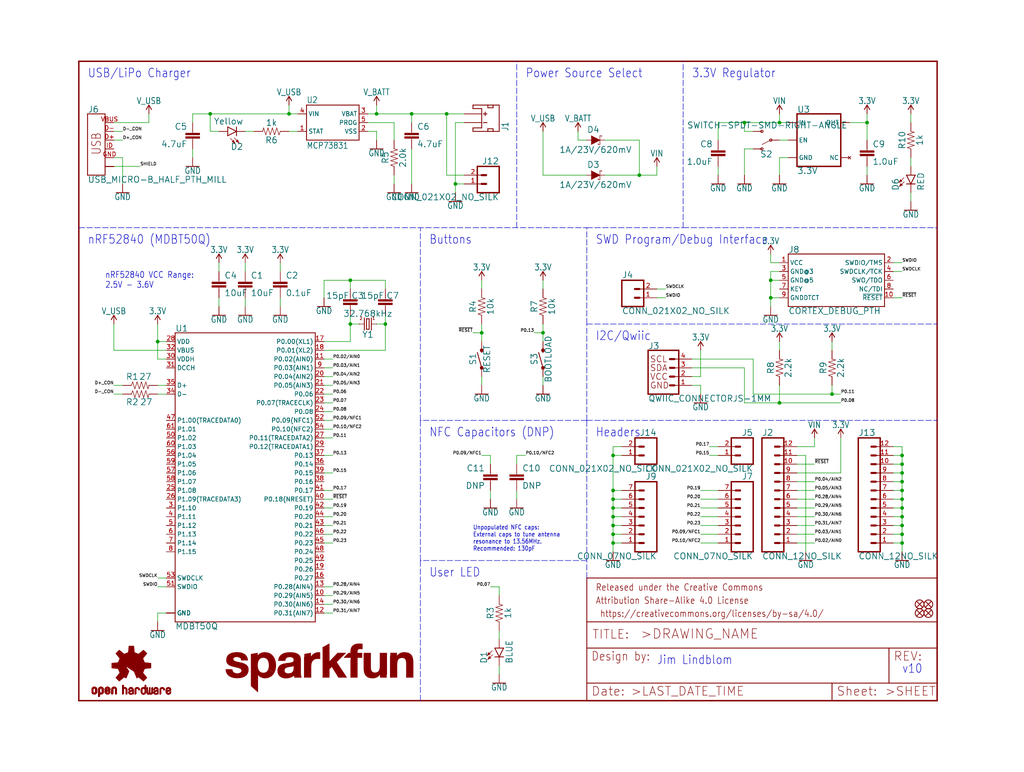
<source format=kicad_sch>
(kicad_sch (version 20211123) (generator eeschema)
  (paper "User" 297.002 223.926)
  (lib_symbols
    (symbol "nrf52840-breakout-mdbt50q-eagle-import:0.1UF-0603-25V-(+80{slash}-20%)"
      (property "Reference" "C" (at 1.524 2.921 0))
      (property "Value" "0.1UF-0603-25V-(+80{slash}-20%)" (at 1.524 -2.159 0))
      (symbol "0.1UF-0603-25V-(+80{slash}-20%)_1_0"
        (pin passive line (at 0 5.08 270) (length 2.54) (name "1") (number "1"))
        (pin passive line (at 0 -2.54 90) (length 2.54) (name "2") (number "2"))
      )
    )
    (symbol "nrf52840-breakout-mdbt50q-eagle-import:1.0UF-0603-16V-10%"
      (property "Reference" "C" (at 1.524 2.921 0))
      (property "Value" "1.0UF-0603-16V-10%" (at 1.524 -2.159 0))
      (symbol "1.0UF-0603-16V-10%_1_0"
        (pin passive line (at 0 5.08 270) (length 2.54) (name "1") (number "1"))
        (pin passive line (at 0 -2.54 90) (length 2.54) (name "2") (number "2"))
      )
    )
    (symbol "nrf52840-breakout-mdbt50q-eagle-import:10KOHM-0603-1{slash}10W-1%"
      (property "Reference" "R" (at 0 1.524 0))
      (property "Value" "10KOHM-0603-1{slash}10W-1%" (at 0 -1.524 0))
      (symbol "10KOHM-0603-1{slash}10W-1%_1_0"
        (pin passive line (at -5.08 0 0) (length 2.54) (name "1") (number "1"))
        (pin passive line (at 5.08 0 180) (length 2.54) (name "2") (number "2"))
      )
    )
    (symbol "nrf52840-breakout-mdbt50q-eagle-import:10UF-0603-6.3V-20%"
      (property "Reference" "C" (at 1.524 2.921 0))
      (property "Value" "10UF-0603-6.3V-20%" (at 1.524 -2.159 0))
      (symbol "10UF-0603-6.3V-20%_1_0"
        (pin passive line (at 0 5.08 270) (length 2.54) (name "1") (number "1"))
        (pin passive line (at 0 -2.54 90) (length 2.54) (name "2") (number "2"))
      )
    )
    (symbol "nrf52840-breakout-mdbt50q-eagle-import:15PF-0603-50V-5%"
      (property "Reference" "C" (at 1.524 2.921 0))
      (property "Value" "15PF-0603-50V-5%" (at 1.524 -2.159 0))
      (symbol "15PF-0603-50V-5%_1_0"
        (pin passive line (at 0 5.08 270) (length 2.54) (name "1") (number "1"))
        (pin passive line (at 0 -2.54 90) (length 2.54) (name "2") (number "2"))
      )
    )
    (symbol "nrf52840-breakout-mdbt50q-eagle-import:1KOHM-0603-1{slash}10W-1%"
      (property "Reference" "R" (at 0 1.524 0))
      (property "Value" "1KOHM-0603-1{slash}10W-1%" (at 0 -1.524 0))
      (symbol "1KOHM-0603-1{slash}10W-1%_1_0"
        (pin passive line (at -5.08 0 0) (length 2.54) (name "1") (number "1"))
        (pin passive line (at 5.08 0 180) (length 2.54) (name "2") (number "2"))
      )
    )
    (symbol "nrf52840-breakout-mdbt50q-eagle-import:2.0KOHM-0603-1{slash}10W-5%"
      (property "Reference" "R" (at 0 1.524 0))
      (property "Value" "2.0KOHM-0603-1{slash}10W-5%" (at 0 -1.524 0))
      (symbol "2.0KOHM-0603-1{slash}10W-5%_1_0"
        (pin passive line (at -5.08 0 0) (length 2.54) (name "1") (number "1"))
        (pin passive line (at 5.08 0 180) (length 2.54) (name "2") (number "2"))
      )
    )
    (symbol "nrf52840-breakout-mdbt50q-eagle-import:2.2KOHM-0603-1{slash}10W-1%"
      (property "Reference" "R" (at 0 1.524 0))
      (property "Value" "2.2KOHM-0603-1{slash}10W-1%" (at 0 -1.524 0))
      (symbol "2.2KOHM-0603-1{slash}10W-1%_1_0"
        (pin passive line (at -5.08 0 0) (length 2.54) (name "1") (number "1"))
        (pin passive line (at 5.08 0 180) (length 2.54) (name "2") (number "2"))
      )
    )
    (symbol "nrf52840-breakout-mdbt50q-eagle-import:270PF-0603-50V-5%"
      (property "Reference" "C" (at 1.524 2.921 0))
      (property "Value" "270PF-0603-50V-5%" (at 1.524 -2.159 0))
      (symbol "270PF-0603-50V-5%_1_0"
        (pin passive line (at 0 5.08 270) (length 2.54) (name "1") (number "1"))
        (pin passive line (at 0 -2.54 90) (length 2.54) (name "2") (number "2"))
      )
    )
    (symbol "nrf52840-breakout-mdbt50q-eagle-import:27OHM-0603-1{slash}10W-1%"
      (property "Reference" "R" (at 0 1.524 0))
      (property "Value" "27OHM-0603-1{slash}10W-1%" (at 0 -1.524 0))
      (symbol "27OHM-0603-1{slash}10W-1%_1_0"
        (pin passive line (at -5.08 0 0) (length 2.54) (name "1") (number "1"))
        (pin passive line (at 5.08 0 180) (length 2.54) (name "2") (number "2"))
      )
    )
    (symbol "nrf52840-breakout-mdbt50q-eagle-import:3.3V" (power)
      (property "Value" "3.3V" (at 0 2.794 0))
      (symbol "3.3V_1_0"
        (pin power_in line (at 0 0 90) (length 2.54) (name "3.3V") (number "1"))
      )
    )
    (symbol "nrf52840-breakout-mdbt50q-eagle-import:4.7UF-0603-6.3V-(10%)"
      (property "Reference" "C" (at 1.524 2.921 0))
      (property "Value" "4.7UF-0603-6.3V-(10%)" (at 1.524 -2.159 0))
      (symbol "4.7UF-0603-6.3V-(10%)_1_0"
        (pin passive line (at 0 5.08 270) (length 2.54) (name "1") (number "1"))
        (pin passive line (at 0 -2.54 90) (length 2.54) (name "2") (number "2"))
      )
    )
    (symbol "nrf52840-breakout-mdbt50q-eagle-import:CONN_021X02_NO_SILK"
      (property "Reference" "J" (at -2.54 5.588 0))
      (property "Value" "CONN_021X02_NO_SILK" (at -2.54 -4.826 0))
      (symbol "CONN_021X02_NO_SILK_1_0"
        (pin passive line (at 7.62 0 180) (length 5.08) (name "1") (number "1"))
        (pin passive line (at 7.62 2.54 180) (length 5.08) (name "2") (number "2"))
      )
    )
    (symbol "nrf52840-breakout-mdbt50q-eagle-import:CONN_07NO_SILK"
      (property "Reference" "J" (at -5.08 13.208 0))
      (property "Value" "CONN_07NO_SILK" (at -5.08 -9.906 0))
      (symbol "CONN_07NO_SILK_1_0"
        (pin passive line (at 5.08 -5.08 180) (length 5.08) (name "1") (number "1"))
        (pin passive line (at 5.08 -2.54 180) (length 5.08) (name "2") (number "2"))
        (pin passive line (at 5.08 0 180) (length 5.08) (name "3") (number "3"))
        (pin passive line (at 5.08 2.54 180) (length 5.08) (name "4") (number "4"))
        (pin passive line (at 5.08 5.08 180) (length 5.08) (name "5") (number "5"))
        (pin passive line (at 5.08 7.62 180) (length 5.08) (name "6") (number "6"))
        (pin passive line (at 5.08 10.16 180) (length 5.08) (name "7") (number "7"))
      )
    )
    (symbol "nrf52840-breakout-mdbt50q-eagle-import:CONN_12NO_SILK"
      (property "Reference" "J" (at 0 15.748 0))
      (property "Value" "CONN_12NO_SILK" (at 0 -20.066 0))
      (symbol "CONN_12NO_SILK_1_0"
        (pin passive line (at 10.16 -15.24 180) (length 5.08) (name "1") (number "1"))
        (pin passive line (at 10.16 7.62 180) (length 5.08) (name "10") (number "10"))
        (pin passive line (at 10.16 10.16 180) (length 5.08) (name "11") (number "11"))
        (pin passive line (at 10.16 12.7 180) (length 5.08) (name "12") (number "12"))
        (pin passive line (at 10.16 -12.7 180) (length 5.08) (name "2") (number "2"))
        (pin passive line (at 10.16 -10.16 180) (length 5.08) (name "3") (number "3"))
        (pin passive line (at 10.16 -7.62 180) (length 5.08) (name "4") (number "4"))
        (pin passive line (at 10.16 -5.08 180) (length 5.08) (name "5") (number "5"))
        (pin passive line (at 10.16 -2.54 180) (length 5.08) (name "6") (number "6"))
        (pin passive line (at 10.16 0 180) (length 5.08) (name "7") (number "7"))
        (pin passive line (at 10.16 2.54 180) (length 5.08) (name "8") (number "8"))
        (pin passive line (at 10.16 5.08 180) (length 5.08) (name "9") (number "9"))
      )
    )
    (symbol "nrf52840-breakout-mdbt50q-eagle-import:CORTEX_DEBUG_PTH"
      (property "Reference" "J" (at -12.7 7.874 0))
      (property "Value" "CORTEX_DEBUG_PTH" (at -12.7 -9.906 0))
      (symbol "CORTEX_DEBUG_PTH_1_0"
        (pin bidirectional line (at -15.24 5.08 0) (length 2.54) (name "VCC") (number "1"))
        (pin bidirectional line (at 17.78 -5.08 180) (length 2.54) (name "~{RESET}") (number "10"))
        (pin bidirectional line (at 17.78 5.08 180) (length 2.54) (name "SWDIO/TMS") (number "2"))
        (pin bidirectional line (at -15.24 2.54 0) (length 2.54) (name "GND@3") (number "3"))
        (pin bidirectional line (at 17.78 2.54 180) (length 2.54) (name "SWDCLK/TCK") (number "4"))
        (pin bidirectional line (at -15.24 0 0) (length 2.54) (name "GND@5") (number "5"))
        (pin bidirectional line (at 17.78 0 180) (length 2.54) (name "SWO/TDO") (number "6"))
        (pin bidirectional line (at -15.24 -2.54 0) (length 2.54) (name "KEY") (number "7"))
        (pin bidirectional line (at 17.78 -2.54 180) (length 2.54) (name "NC/TDI") (number "8"))
        (pin bidirectional line (at -15.24 -5.08 0) (length 2.54) (name "GNDDTCT") (number "9"))
      )
    )
    (symbol "nrf52840-breakout-mdbt50q-eagle-import:CRYSTAL-32.768KHZSMD-3.2X1.5"
      (property "Reference" "Y" (at 0 2.032 0))
      (property "Value" "CRYSTAL-32.768KHZSMD-3.2X1.5" (at 0 -2.032 0))
      (symbol "CRYSTAL-32.768KHZSMD-3.2X1.5_1_0"
        (text "1" (at -2.159 -1.143 0) (effects (font (size 0.8636 0.734)) (justify left bottom)))
        (text "2" (at 1.524 -1.143 0) (effects (font (size 0.8636 0.734)) (justify left bottom)))
        (pin passive line (at -2.54 0 0) (length 0) (name "1") (number "P$1"))
        (pin passive line (at 2.54 0 180) (length 0) (name "2") (number "P$2"))
      )
    )
    (symbol "nrf52840-breakout-mdbt50q-eagle-import:DIODE-SCHOTTKY-BAT20J"
      (property "Reference" "D" (at -2.54 2.032 0))
      (property "Value" "DIODE-SCHOTTKY-BAT20J" (at -2.54 -2.032 0))
      (symbol "DIODE-SCHOTTKY-BAT20J_1_0"
        (pin passive line (at -2.54 0 0) (length 0) (name "A") (number "A"))
        (pin passive line (at 2.54 0 180) (length 0) (name "C") (number "C"))
      )
    )
    (symbol "nrf52840-breakout-mdbt50q-eagle-import:FIDUCIALUFIDUCIAL")
    (symbol "nrf52840-breakout-mdbt50q-eagle-import:FRAME-LETTER"
      (symbol "FRAME-LETTER_2_0"
        (text " https://creativecommons.org/licenses/by-sa/4.0/" (at 2.54 24.13 0) (effects (font (size 1.9304 1.6408)) (justify left bottom)))
        (text ">DRAWING_NAME" (at 15.494 17.78 0) (effects (font (size 2.7432 2.7432)) (justify left bottom)))
        (text ">LAST_DATE_TIME" (at 12.7 1.27 0) (effects (font (size 2.54 2.54)) (justify left bottom)))
        (text ">SHEET" (at 86.36 1.27 0) (effects (font (size 2.54 2.54)) (justify left bottom)))
        (text "Attribution Share-Alike 4.0 License" (at 2.54 27.94 0) (effects (font (size 1.9304 1.6408)) (justify left bottom)))
        (text "Date:" (at 1.27 1.27 0) (effects (font (size 2.54 2.54)) (justify left bottom)))
        (text "Design by:" (at 1.27 11.43 0) (effects (font (size 2.54 2.159)) (justify left bottom)))
        (text "Released under the Creative Commons" (at 2.54 31.75 0) (effects (font (size 1.9304 1.6408)) (justify left bottom)))
        (text "REV:" (at 88.9 11.43 0) (effects (font (size 2.54 2.54)) (justify left bottom)))
        (text "Sheet:" (at 72.39 1.27 0) (effects (font (size 2.54 2.54)) (justify left bottom)))
        (text "TITLE:" (at 1.524 17.78 0) (effects (font (size 2.54 2.54)) (justify left bottom)))
      )
    )
    (symbol "nrf52840-breakout-mdbt50q-eagle-import:GND" (power)
      (property "Value" "GND" (at 0 -0.254 0))
      (symbol "GND_1_0"
        (pin power_in line (at 0 2.54 270) (length 2.54) (name "GND") (number "1"))
      )
    )
    (symbol "nrf52840-breakout-mdbt50q-eagle-import:JST_2MM_MALESMD"
      (property "Reference" "J" (at -2.54 5.842 0))
      (symbol "JST_2MM_MALESMD_1_0"
        (pin bidirectional line (at 0 -5.08 90) (length 5.08) (name "-") (number "1"))
        (pin bidirectional line (at 2.54 -5.08 90) (length 5.08) (name "+") (number "2"))
      )
    )
    (symbol "nrf52840-breakout-mdbt50q-eagle-import:LED-BLUE0603"
      (property "Reference" "D" (at -3.429 -4.572 90))
      (property "Value" "LED-BLUE0603" (at 1.905 -4.572 90))
      (symbol "LED-BLUE0603_1_0"
        (pin passive line (at 0 2.54 270) (length 2.54) (name "A") (number "A"))
        (pin passive line (at 0 -5.08 90) (length 2.54) (name "C") (number "C"))
      )
    )
    (symbol "nrf52840-breakout-mdbt50q-eagle-import:LED-RED0603"
      (property "Reference" "D" (at -3.429 -4.572 90))
      (property "Value" "LED-RED0603" (at 1.905 -4.572 90))
      (symbol "LED-RED0603_1_0"
        (pin passive line (at 0 2.54 270) (length 2.54) (name "A") (number "A"))
        (pin passive line (at 0 -5.08 90) (length 2.54) (name "C") (number "C"))
      )
    )
    (symbol "nrf52840-breakout-mdbt50q-eagle-import:LED-YELLOW0603"
      (property "Reference" "D" (at -3.429 -4.572 90))
      (property "Value" "LED-YELLOW0603" (at 1.905 -4.572 90))
      (symbol "LED-YELLOW0603_1_0"
        (pin passive line (at 0 2.54 270) (length 2.54) (name "A") (number "A"))
        (pin passive line (at 0 -5.08 90) (length 2.54) (name "C") (number "C"))
      )
    )
    (symbol "nrf52840-breakout-mdbt50q-eagle-import:MCP73831"
      (property "Reference" "U" (at -7.62 5.588 0))
      (property "Value" "MCP73831" (at -7.62 -7.62 0))
      (symbol "MCP73831_1_0"
        (pin output line (at -10.16 -2.54 0) (length 2.54) (name "STAT") (number "1"))
        (pin power_in line (at 10.16 -2.54 180) (length 2.54) (name "VSS") (number "2"))
        (pin power_in line (at 10.16 2.54 180) (length 2.54) (name "VBAT") (number "3"))
        (pin power_in line (at -10.16 2.54 0) (length 2.54) (name "VIN") (number "4"))
        (pin input line (at 10.16 0 180) (length 2.54) (name "PROG") (number "5"))
      )
    )
    (symbol "nrf52840-breakout-mdbt50q-eagle-import:MDBT50Q"
      (property "Reference" "U" (at -20.32 38.354 0))
      (property "Value" "MDBT50Q" (at -20.32 -45.974 0))
      (symbol "MDBT50Q_1_0"
        (pin bidirectional line (at -22.86 -43.18 0) (length 2.54) (name "GND") (number "1"))
        (pin bidirectional line (at 22.86 -38.1 180) (length 2.54) (name "P0.29(AIN5)") (number "10"))
        (pin bidirectional line (at 22.86 30.48 180) (length 2.54) (name "P0.02(AIN0)") (number "11"))
        (pin bidirectional line (at 22.86 -43.18 180) (length 2.54) (name "P0.31(AIN7)") (number "12"))
        (pin bidirectional line (at 22.86 -35.56 180) (length 2.54) (name "P0.28(AIN4)") (number "13"))
        (pin bidirectional line (at 22.86 -40.64 180) (length 2.54) (name "P0.30(AIN6)") (number "14"))
        (pin bidirectional line (at -22.86 -43.18 0) (length 2.54) (name "GND") (number "15"))
        (pin bidirectional line (at 22.86 -33.02 180) (length 2.54) (name "P0.27") (number "16"))
        (pin bidirectional line (at 22.86 35.56 180) (length 2.54) (name "P0.00(XL1)") (number "17"))
        (pin bidirectional line (at 22.86 33.02 180) (length 2.54) (name "P0.01(XL2)") (number "18"))
        (pin bidirectional line (at 22.86 -30.48 180) (length 2.54) (name "P0.26") (number "19"))
        (pin bidirectional line (at -22.86 -43.18 0) (length 2.54) (name "GND") (number "2"))
        (pin bidirectional line (at 22.86 25.4 180) (length 2.54) (name "P0.04(AIN2)") (number "20"))
        (pin bidirectional line (at 22.86 22.86 180) (length 2.54) (name "P0.05(AIN3)") (number "21"))
        (pin bidirectional line (at 22.86 20.32 180) (length 2.54) (name "P0.06") (number "22"))
        (pin bidirectional line (at 22.86 17.78 180) (length 2.54) (name "P0.07(TRACECLK)") (number "23"))
        (pin bidirectional line (at 22.86 15.24 180) (length 2.54) (name "P0.08") (number "24"))
        (pin bidirectional line (at -22.86 -7.62 0) (length 2.54) (name "P1.08") (number "25"))
        (pin bidirectional line (at -22.86 -10.16 0) (length 2.54) (name "P1.09(TRACEDATA3)") (number "26"))
        (pin bidirectional line (at 22.86 7.62 180) (length 2.54) (name "P0.11(TRACEDATA2)") (number "27"))
        (pin bidirectional line (at -22.86 35.56 0) (length 2.54) (name "VDD") (number "28"))
        (pin bidirectional line (at 22.86 5.08 180) (length 2.54) (name "P0.12(TRACEDATA1)") (number "29"))
        (pin bidirectional line (at -22.86 -12.7 0) (length 2.54) (name "P1.10") (number "3"))
        (pin bidirectional line (at -22.86 30.48 0) (length 2.54) (name "VDDH") (number "30"))
        (pin bidirectional line (at -22.86 27.94 0) (length 2.54) (name "DCCH") (number "31"))
        (pin bidirectional line (at -22.86 33.02 0) (length 2.54) (name "VBUS") (number "32"))
        (pin bidirectional line (at -22.86 -43.18 0) (length 2.54) (name "GND") (number "33"))
        (pin bidirectional line (at -22.86 20.32 0) (length 2.54) (name "D-") (number "34"))
        (pin bidirectional line (at -22.86 22.86 0) (length 2.54) (name "D+") (number "35"))
        (pin bidirectional line (at 22.86 0 180) (length 2.54) (name "P0.14") (number "36"))
        (pin bidirectional line (at 22.86 2.54 180) (length 2.54) (name "P0.13") (number "37"))
        (pin bidirectional line (at 22.86 -5.08 180) (length 2.54) (name "P0.16") (number "38"))
        (pin bidirectional line (at 22.86 -2.54 180) (length 2.54) (name "P0.15") (number "39"))
        (pin bidirectional line (at -22.86 -15.24 0) (length 2.54) (name "P1.11") (number "4"))
        (pin bidirectional line (at 22.86 -10.16 180) (length 2.54) (name "P0.18(NRESET)") (number "40"))
        (pin bidirectional line (at 22.86 -7.62 180) (length 2.54) (name "P0.17") (number "41"))
        (pin bidirectional line (at 22.86 -12.7 180) (length 2.54) (name "P0.19") (number "42"))
        (pin bidirectional line (at 22.86 -17.78 180) (length 2.54) (name "P0.21") (number "43"))
        (pin bidirectional line (at 22.86 -15.24 180) (length 2.54) (name "P0.20") (number "44"))
        (pin bidirectional line (at 22.86 -22.86 180) (length 2.54) (name "P0.23") (number "45"))
        (pin bidirectional line (at 22.86 -20.32 180) (length 2.54) (name "P0.22") (number "46"))
        (pin bidirectional line (at -22.86 12.7 0) (length 2.54) (name "P1.00(TRACEDATA0)") (number "47"))
        (pin bidirectional line (at 22.86 -25.4 180) (length 2.54) (name "P0.24") (number "48"))
        (pin bidirectional line (at 22.86 -27.94 180) (length 2.54) (name "P0.25") (number "49"))
        (pin bidirectional line (at -22.86 -17.78 0) (length 2.54) (name "P1.12") (number "5"))
        (pin bidirectional line (at -22.86 7.62 0) (length 2.54) (name "P1.02") (number "50"))
        (pin bidirectional line (at -22.86 -35.56 0) (length 2.54) (name "SWDIO") (number "51"))
        (pin bidirectional line (at 22.86 12.7 180) (length 2.54) (name "P0.09(NFC1)") (number "52"))
        (pin bidirectional line (at -22.86 -33.02 0) (length 2.54) (name "SWDCLK") (number "53"))
        (pin bidirectional line (at 22.86 10.16 180) (length 2.54) (name "P0.10(NFC2)") (number "54"))
        (pin bidirectional line (at -22.86 -43.18 0) (length 2.54) (name "GND") (number "55"))
        (pin bidirectional line (at -22.86 2.54 0) (length 2.54) (name "P1.04") (number "56"))
        (pin bidirectional line (at -22.86 -2.54 0) (length 2.54) (name "P1.06") (number "57"))
        (pin bidirectional line (at -22.86 -5.08 0) (length 2.54) (name "P1.07") (number "58"))
        (pin bidirectional line (at -22.86 0 0) (length 2.54) (name "P1.05") (number "59"))
        (pin bidirectional line (at -22.86 -20.32 0) (length 2.54) (name "P1.13") (number "6"))
        (pin bidirectional line (at -22.86 5.08 0) (length 2.54) (name "P1.03") (number "60"))
        (pin bidirectional line (at -22.86 10.16 0) (length 2.54) (name "P1.01") (number "61"))
        (pin bidirectional line (at -22.86 -22.86 0) (length 2.54) (name "P1.14") (number "7"))
        (pin bidirectional line (at -22.86 -25.4 0) (length 2.54) (name "P1.15") (number "8"))
        (pin bidirectional line (at 22.86 27.94 180) (length 2.54) (name "P0.03(AIN1)") (number "9"))
      )
    )
    (symbol "nrf52840-breakout-mdbt50q-eagle-import:MOMENTARY-SWITCH-SPST-SMD-RIGHT-ANGLE"
      (property "Reference" "S" (at 0 1.524 0))
      (property "Value" "MOMENTARY-SWITCH-SPST-SMD-RIGHT-ANGLE" (at 0 -0.508 0))
      (symbol "MOMENTARY-SWITCH-SPST-SMD-RIGHT-ANGLE_1_0"
        (pin passive line (at -5.08 0 0) (length 2.54) (name "1") (number "1"))
        (pin passive line (at 5.08 0 180) (length 2.54) (name "2") (number "2"))
      )
    )
    (symbol "nrf52840-breakout-mdbt50q-eagle-import:OSHW-LOGOS")
    (symbol "nrf52840-breakout-mdbt50q-eagle-import:QWIIC_CONNECTORJS-1MM"
      (property "Reference" "J" (at -5.08 7.874 0))
      (property "Value" "QWIIC_CONNECTORJS-1MM" (at -5.08 -5.334 0))
      (symbol "QWIIC_CONNECTORJS-1MM_1_0"
        (text "GND" (at -4.572 -2.54 0) (effects (font (size 1.778 1.778)) (justify left)))
        (text "SCL" (at -4.572 5.08 0) (effects (font (size 1.778 1.778)) (justify left)))
        (text "SDA" (at -4.572 2.54 0) (effects (font (size 1.778 1.778)) (justify left)))
        (text "VCC" (at -4.572 0 0) (effects (font (size 1.778 1.778)) (justify left)))
        (pin power_in line (at 7.62 -2.54 180) (length 5.08) (name "1") (number "1"))
        (pin power_in line (at 7.62 0 180) (length 5.08) (name "2") (number "2"))
        (pin passive line (at 7.62 2.54 180) (length 5.08) (name "3") (number "3"))
        (pin passive line (at 7.62 5.08 180) (length 5.08) (name "4") (number "4"))
      )
    )
    (symbol "nrf52840-breakout-mdbt50q-eagle-import:SFE_LOGO_NAME.2_INCH")
    (symbol "nrf52840-breakout-mdbt50q-eagle-import:SWITCH-SPDT-SMD-RIGHT-ANGLE"
      (property "Reference" "S" (at 1.27 3.048 0))
      (property "Value" "SWITCH-SPDT-SMD-RIGHT-ANGLE" (at 1.016 -3.302 0))
      (symbol "SWITCH-SPDT-SMD-RIGHT-ANGLE_1_0"
        (pin passive line (at 5.08 2.54 180) (length 2.54) (name "O") (number "1"))
        (pin passive line (at -2.54 0 0) (length 2.54) (name "P") (number "2"))
        (pin passive line (at 5.08 -2.54 180) (length 2.54) (name "S") (number "3"))
      )
    )
    (symbol "nrf52840-breakout-mdbt50q-eagle-import:USB_MICRO-B_HALF_PTH_MILL"
      (property "Reference" "J" (at -2.54 10.414 0))
      (property "Value" "USB_MICRO-B_HALF_PTH_MILL" (at -2.54 -9.906 0))
      (symbol "USB_MICRO-B_HALF_PTH_MILL_1_0"
        (text "USB" (at 0 1.524 900) (effects (font (size 2.54 2.159))))
        (pin bidirectional line (at 5.08 2.54 180) (length 2.54) (name "D+") (number "D+"))
        (pin bidirectional line (at 5.08 5.08 180) (length 2.54) (name "D-") (number "D-"))
        (pin power_in line (at 5.08 -2.54 180) (length 2.54) (name "GND") (number "GND"))
        (pin bidirectional line (at 5.08 0 180) (length 2.54) (name "ID") (number "ID"))
        (pin bidirectional line (at 5.08 -5.08 180) (length 2.54) (name "SHIELD") (number "SHIELD"))
        (pin bidirectional line (at 5.08 -5.08 180) (length 2.54) (name "SHIELD") (number "SHIELD10"))
        (pin bidirectional line (at 5.08 -5.08 180) (length 2.54) (name "SHIELD") (number "SHIELD2"))
        (pin bidirectional line (at 5.08 -5.08 180) (length 2.54) (name "SHIELD") (number "SHIELD3"))
        (pin bidirectional line (at 5.08 -5.08 180) (length 2.54) (name "SHIELD") (number "SHIELD4"))
        (pin bidirectional line (at 5.08 -5.08 180) (length 2.54) (name "SHIELD") (number "SHIELD5"))
        (pin bidirectional line (at 5.08 -5.08 180) (length 2.54) (name "SHIELD") (number "SHIELD6"))
        (pin bidirectional line (at 5.08 -5.08 180) (length 2.54) (name "SHIELD") (number "SHIELD7"))
        (pin bidirectional line (at 5.08 -5.08 180) (length 2.54) (name "SHIELD") (number "SHIELD8"))
        (pin bidirectional line (at 5.08 -5.08 180) (length 2.54) (name "SHIELD") (number "SHIELD9"))
        (pin power_in line (at 5.08 7.62 180) (length 2.54) (name "VBUS") (number "VBUS"))
      )
    )
    (symbol "nrf52840-breakout-mdbt50q-eagle-import:VIN" (power)
      (property "Value" "VIN" (at 0 2.794 0))
      (symbol "VIN_1_0"
        (pin power_in line (at 0 0 90) (length 2.54) (name "VIN") (number "1"))
      )
    )
    (symbol "nrf52840-breakout-mdbt50q-eagle-import:V_BATT" (power)
      (property "Value" "V_BATT" (at 0 2.794 0))
      (symbol "V_BATT_1_0"
        (pin power_in line (at 0 0 90) (length 2.54) (name "V_BATT") (number "1"))
      )
    )
    (symbol "nrf52840-breakout-mdbt50q-eagle-import:V_REG_AP2112K-3.3V"
      (property "Reference" "U" (at -7.62 7.874 0))
      (property "Value" "V_REG_AP2112K-3.3V" (at -7.62 -7.874 0))
      (symbol "V_REG_AP2112K-3.3V_1_0"
        (pin input line (at -10.16 5.08 0) (length 2.54) (name "IN") (number "1"))
        (pin input line (at -10.16 -5.08 0) (length 2.54) (name "GND") (number "2"))
        (pin input line (at -10.16 0 0) (length 2.54) (name "EN") (number "3"))
        (pin no_connect line (at 7.62 -5.08 180) (length 2.54) (name "NC") (number "4"))
        (pin passive line (at 7.62 5.08 180) (length 2.54) (name "OUT") (number "5"))
      )
    )
    (symbol "nrf52840-breakout-mdbt50q-eagle-import:V_USB" (power)
      (property "Value" "V_USB" (at 0 2.794 0))
      (symbol "V_USB_1_0"
        (pin power_in line (at 0 0 90) (length 2.54) (name "V_USB") (number "1"))
      )
    )
  )
  (junction (at 226.06 35.56))
  (junction (at 119.38 33.02))
  (junction (at 139.7 96.52))
  (junction (at 45.72 99.06))
  (junction (at 157.48 96.52))
  (junction (at 129.54 33.02))
  (junction (at 177.8 157.48))
  (junction (at 261.62 154.94))
  (junction (at 223.52 81.28))
  (junction (at 241.3 114.3))
  (junction (at 83.82 33.02))
  (junction (at 261.62 139.7))
  (junction (at 261.62 132.08))
  (junction (at 261.62 147.32))
  (junction (at 261.62 142.24))
  (junction (at 261.62 144.78))
  (junction (at 177.8 154.94))
  (junction (at 177.8 149.86))
  (junction (at 226.06 116.84))
  (junction (at 101.6 93.98))
  (junction (at 109.22 33.02))
  (junction (at 261.62 157.48))
  (junction (at 177.8 132.08))
  (junction (at 223.52 86.36))
  (junction (at 215.9 35.56))
  (junction (at 185.42 50.8))
  (junction (at 177.8 147.32))
  (junction (at 177.8 152.4))
  (junction (at 177.8 142.24))
  (junction (at 111.76 93.98))
  (junction (at 132.08 53.34))
  (junction (at 261.62 152.4))
  (junction (at 261.62 137.16))
  (junction (at 177.8 144.78))
  (junction (at 251.46 35.56))
  (junction (at 261.62 149.86))
  (junction (at 101.6 81.28))
  (junction (at 60.96 33.02))
  (junction (at 261.62 134.62))
  (wire (pts (xy 35.56 111.76) (xy 33.02 111.76)))
  (wire (pts (xy 93.98 99.06) (xy 101.6 99.06)))
  (wire (pts (xy 149.86 132.08) (xy 152.4 132.08)))
  (wire (pts (xy 33.02 35.56) (xy 43.18 35.56)))
  (polyline (pts (xy 149.86 66.04) (xy 149.86 17.78)))
  (wire (pts (xy 149.86 134.62) (xy 149.86 132.08)))
  (wire (pts (xy 71.12 88.9) (xy 71.12 86.36)))
  (wire (pts (xy 259.08 157.48) (xy 261.62 157.48)))
  (wire (pts (xy 45.72 99.06) (xy 45.72 93.98)))
  (wire (pts (xy 93.98 144.78) (xy 96.52 144.78)))
  (wire (pts (xy 33.02 38.1) (xy 35.56 38.1)))
  (wire (pts (xy 243.84 137.16) (xy 243.84 127)))
  (polyline (pts (xy 170.18 121.92) (xy 170.18 93.98)))
  (wire (pts (xy 177.8 149.86) (xy 177.8 152.4)))
  (wire (pts (xy 63.5 38.1) (xy 60.96 38.1)))
  (wire (pts (xy 139.7 93.98) (xy 139.7 96.52)))
  (wire (pts (xy 93.98 170.18) (xy 96.52 170.18)))
  (wire (pts (xy 190.5 83.82) (xy 193.04 83.82)))
  (wire (pts (xy 226.06 78.74) (xy 223.52 78.74)))
  (wire (pts (xy 228.6 40.64) (xy 226.06 40.64)))
  (polyline (pts (xy 121.92 162.56) (xy 121.92 121.92)))
  (wire (pts (xy 231.14 157.48) (xy 236.22 157.48)))
  (wire (pts (xy 231.14 137.16) (xy 243.84 137.16)))
  (wire (pts (xy 48.26 104.14) (xy 45.72 104.14)))
  (wire (pts (xy 157.48 93.98) (xy 157.48 96.52)))
  (wire (pts (xy 101.6 81.28) (xy 93.98 81.28)))
  (wire (pts (xy 231.14 154.94) (xy 236.22 154.94)))
  (wire (pts (xy 261.62 137.16) (xy 261.62 139.7)))
  (wire (pts (xy 261.62 139.7) (xy 261.62 142.24)))
  (wire (pts (xy 200.66 109.22) (xy 203.2 109.22)))
  (wire (pts (xy 93.98 149.86) (xy 96.52 149.86)))
  (wire (pts (xy 226.06 116.84) (xy 226.06 111.76)))
  (wire (pts (xy 157.48 111.76) (xy 157.48 109.22)))
  (wire (pts (xy 241.3 99.06) (xy 241.3 101.6)))
  (wire (pts (xy 231.14 132.08) (xy 233.68 132.08)))
  (wire (pts (xy 170.18 40.64) (xy 167.64 40.64)))
  (wire (pts (xy 93.98 127) (xy 96.52 127)))
  (polyline (pts (xy 170.18 121.92) (xy 271.78 121.92)))
  (wire (pts (xy 231.14 149.86) (xy 236.22 149.86)))
  (wire (pts (xy 93.98 86.36) (xy 93.98 81.28)))
  (polyline (pts (xy 198.12 66.04) (xy 271.78 66.04)))
  (wire (pts (xy 132.08 53.34) (xy 132.08 55.88)))
  (wire (pts (xy 33.02 48.26) (xy 40.64 48.26)))
  (wire (pts (xy 93.98 132.08) (xy 96.52 132.08)))
  (wire (pts (xy 259.08 134.62) (xy 261.62 134.62)))
  (wire (pts (xy 93.98 116.84) (xy 96.52 116.84)))
  (wire (pts (xy 114.3 53.34) (xy 114.3 50.8)))
  (wire (pts (xy 218.44 38.1) (xy 215.9 38.1)))
  (wire (pts (xy 215.9 116.84) (xy 226.06 116.84)))
  (wire (pts (xy 226.06 116.84) (xy 243.84 116.84)))
  (wire (pts (xy 177.8 152.4) (xy 177.8 154.94)))
  (wire (pts (xy 261.62 157.48) (xy 261.62 160.02)))
  (wire (pts (xy 93.98 124.46) (xy 96.52 124.46)))
  (wire (pts (xy 261.62 154.94) (xy 261.62 157.48)))
  (wire (pts (xy 111.76 93.98) (xy 111.76 91.44)))
  (wire (pts (xy 157.48 96.52) (xy 157.48 99.06)))
  (wire (pts (xy 180.34 149.86) (xy 177.8 149.86)))
  (wire (pts (xy 71.12 38.1) (xy 73.66 38.1)))
  (wire (pts (xy 241.3 114.3) (xy 243.84 114.3)))
  (wire (pts (xy 119.38 33.02) (xy 129.54 33.02)))
  (wire (pts (xy 139.7 96.52) (xy 137.16 96.52)))
  (wire (pts (xy 226.06 99.06) (xy 226.06 101.6)))
  (wire (pts (xy 218.44 114.3) (xy 241.3 114.3)))
  (wire (pts (xy 259.08 86.36) (xy 261.62 86.36)))
  (wire (pts (xy 236.22 129.54) (xy 236.22 127)))
  (wire (pts (xy 259.08 137.16) (xy 261.62 137.16)))
  (wire (pts (xy 180.34 132.08) (xy 177.8 132.08)))
  (wire (pts (xy 203.2 109.22) (xy 203.2 101.6)))
  (wire (pts (xy 251.46 35.56) (xy 251.46 33.02)))
  (polyline (pts (xy 121.92 121.92) (xy 121.92 66.04)))
  (wire (pts (xy 48.26 177.8) (xy 45.72 177.8)))
  (wire (pts (xy 200.66 111.76) (xy 203.2 111.76)))
  (wire (pts (xy 93.98 152.4) (xy 96.52 152.4)))
  (wire (pts (xy 48.26 167.64) (xy 45.72 167.64)))
  (wire (pts (xy 259.08 78.74) (xy 261.62 78.74)))
  (wire (pts (xy 177.8 129.54) (xy 177.8 132.08)))
  (wire (pts (xy 157.48 81.28) (xy 157.48 83.82)))
  (wire (pts (xy 259.08 152.4) (xy 261.62 152.4)))
  (wire (pts (xy 223.52 81.28) (xy 223.52 86.36)))
  (wire (pts (xy 144.78 172.72) (xy 144.78 170.18)))
  (wire (pts (xy 109.22 38.1) (xy 109.22 40.64)))
  (wire (pts (xy 259.08 76.2) (xy 261.62 76.2)))
  (wire (pts (xy 60.96 33.02) (xy 55.88 33.02)))
  (wire (pts (xy 106.68 38.1) (xy 109.22 38.1)))
  (wire (pts (xy 35.56 114.3) (xy 33.02 114.3)))
  (wire (pts (xy 218.44 43.18) (xy 215.9 43.18)))
  (wire (pts (xy 177.8 157.48) (xy 177.8 160.02)))
  (wire (pts (xy 109.22 33.02) (xy 119.38 33.02)))
  (wire (pts (xy 33.02 40.64) (xy 35.56 40.64)))
  (wire (pts (xy 157.48 96.52) (xy 154.94 96.52)))
  (wire (pts (xy 208.28 132.08) (xy 205.74 132.08)))
  (wire (pts (xy 259.08 149.86) (xy 261.62 149.86)))
  (wire (pts (xy 177.8 144.78) (xy 177.8 147.32)))
  (wire (pts (xy 261.62 144.78) (xy 261.62 147.32)))
  (wire (pts (xy 142.24 134.62) (xy 142.24 132.08)))
  (wire (pts (xy 63.5 76.2) (xy 63.5 78.74)))
  (wire (pts (xy 93.98 114.3) (xy 96.52 114.3)))
  (wire (pts (xy 231.14 129.54) (xy 236.22 129.54)))
  (wire (pts (xy 48.26 101.6) (xy 33.02 101.6)))
  (wire (pts (xy 226.06 86.36) (xy 223.52 86.36)))
  (wire (pts (xy 139.7 111.76) (xy 139.7 109.22)))
  (wire (pts (xy 48.26 170.18) (xy 45.72 170.18)))
  (wire (pts (xy 200.66 106.68) (xy 215.9 106.68)))
  (wire (pts (xy 33.02 45.72) (xy 35.56 45.72)))
  (wire (pts (xy 208.28 129.54) (xy 205.74 129.54)))
  (wire (pts (xy 231.14 134.62) (xy 236.22 134.62)))
  (wire (pts (xy 264.16 48.26) (xy 264.16 45.72)))
  (wire (pts (xy 177.8 142.24) (xy 177.8 144.78)))
  (polyline (pts (xy 170.18 162.56) (xy 121.92 162.56)))
  (wire (pts (xy 93.98 177.8) (xy 96.52 177.8)))
  (wire (pts (xy 208.28 144.78) (xy 203.2 144.78)))
  (wire (pts (xy 93.98 147.32) (xy 96.52 147.32)))
  (wire (pts (xy 251.46 35.56) (xy 246.38 35.56)))
  (wire (pts (xy 93.98 106.68) (xy 96.52 106.68)))
  (wire (pts (xy 144.78 195.58) (xy 144.78 193.04)))
  (wire (pts (xy 231.14 144.78) (xy 236.22 144.78)))
  (wire (pts (xy 259.08 142.24) (xy 261.62 142.24)))
  (wire (pts (xy 60.96 33.02) (xy 83.82 33.02)))
  (wire (pts (xy 101.6 99.06) (xy 101.6 93.98)))
  (wire (pts (xy 132.08 35.56) (xy 132.08 53.34)))
  (wire (pts (xy 93.98 111.76) (xy 96.52 111.76)))
  (wire (pts (xy 177.8 132.08) (xy 177.8 142.24)))
  (wire (pts (xy 261.62 152.4) (xy 261.62 154.94)))
  (wire (pts (xy 226.06 76.2) (xy 223.52 76.2)))
  (wire (pts (xy 215.9 35.56) (xy 226.06 35.56)))
  (wire (pts (xy 45.72 177.8) (xy 45.72 180.34)))
  (wire (pts (xy 228.6 45.72) (xy 226.06 45.72)))
  (wire (pts (xy 180.34 144.78) (xy 177.8 144.78)))
  (wire (pts (xy 251.46 40.64) (xy 251.46 35.56)))
  (wire (pts (xy 144.78 182.88) (xy 144.78 185.42)))
  (wire (pts (xy 33.02 101.6) (xy 33.02 93.98)))
  (wire (pts (xy 190.5 86.36) (xy 193.04 86.36)))
  (wire (pts (xy 261.62 147.32) (xy 261.62 149.86)))
  (wire (pts (xy 208.28 157.48) (xy 203.2 157.48)))
  (wire (pts (xy 208.28 35.56) (xy 208.28 40.64)))
  (wire (pts (xy 144.78 170.18) (xy 142.24 170.18)))
  (wire (pts (xy 60.96 38.1) (xy 60.96 33.02)))
  (wire (pts (xy 48.26 99.06) (xy 45.72 99.06)))
  (wire (pts (xy 261.62 129.54) (xy 261.62 132.08)))
  (wire (pts (xy 157.48 50.8) (xy 157.48 38.1)))
  (wire (pts (xy 208.28 149.86) (xy 203.2 149.86)))
  (wire (pts (xy 71.12 76.2) (xy 71.12 78.74)))
  (wire (pts (xy 208.28 48.26) (xy 208.28 50.8)))
  (wire (pts (xy 231.14 147.32) (xy 236.22 147.32)))
  (wire (pts (xy 185.42 40.64) (xy 185.42 50.8)))
  (polyline (pts (xy 22.86 66.04) (xy 170.18 66.04)))
  (wire (pts (xy 185.42 50.8) (xy 175.26 50.8)))
  (wire (pts (xy 119.38 53.34) (xy 119.38 43.18)))
  (wire (pts (xy 259.08 132.08) (xy 261.62 132.08)))
  (wire (pts (xy 180.34 129.54) (xy 177.8 129.54)))
  (wire (pts (xy 93.98 104.14) (xy 96.52 104.14)))
  (wire (pts (xy 228.6 35.56) (xy 226.06 35.56)))
  (wire (pts (xy 93.98 109.22) (xy 96.52 109.22)))
  (wire (pts (xy 208.28 142.24) (xy 203.2 142.24)))
  (wire (pts (xy 259.08 154.94) (xy 261.62 154.94)))
  (wire (pts (xy 134.62 35.56) (xy 132.08 35.56)))
  (wire (pts (xy 261.62 149.86) (xy 261.62 152.4)))
  (wire (pts (xy 139.7 96.52) (xy 139.7 99.06)))
  (wire (pts (xy 261.62 134.62) (xy 261.62 137.16)))
  (wire (pts (xy 157.48 50.8) (xy 170.18 50.8)))
  (wire (pts (xy 109.22 33.02) (xy 109.22 30.48)))
  (wire (pts (xy 104.14 93.98) (xy 101.6 93.98)))
  (wire (pts (xy 223.52 86.36) (xy 223.52 88.9)))
  (wire (pts (xy 190.5 50.8) (xy 190.5 48.26)))
  (wire (pts (xy 180.34 142.24) (xy 177.8 142.24)))
  (wire (pts (xy 139.7 83.82) (xy 139.7 81.28)))
  (wire (pts (xy 101.6 83.82) (xy 101.6 81.28)))
  (wire (pts (xy 83.82 33.02) (xy 86.36 33.02)))
  (wire (pts (xy 93.98 119.38) (xy 96.52 119.38)))
  (wire (pts (xy 106.68 35.56) (xy 114.3 35.56)))
  (wire (pts (xy 134.62 53.34) (xy 132.08 53.34)))
  (wire (pts (xy 259.08 144.78) (xy 261.62 144.78)))
  (wire (pts (xy 93.98 154.94) (xy 96.52 154.94)))
  (wire (pts (xy 226.06 81.28) (xy 223.52 81.28)))
  (wire (pts (xy 203.2 111.76) (xy 203.2 114.3)))
  (wire (pts (xy 208.28 147.32) (xy 203.2 147.32)))
  (wire (pts (xy 93.98 157.48) (xy 96.52 157.48)))
  (wire (pts (xy 93.98 142.24) (xy 96.52 142.24)))
  (polyline (pts (xy 170.18 66.04) (xy 198.12 66.04)))
  (wire (pts (xy 93.98 175.26) (xy 96.52 175.26)))
  (wire (pts (xy 233.68 132.08) (xy 233.68 160.02)))
  (wire (pts (xy 101.6 93.98) (xy 101.6 91.44)))
  (wire (pts (xy 45.72 111.76) (xy 48.26 111.76)))
  (wire (pts (xy 259.08 129.54) (xy 261.62 129.54)))
  (wire (pts (xy 223.52 76.2) (xy 223.52 73.66)))
  (wire (pts (xy 129.54 50.8) (xy 129.54 33.02)))
  (wire (pts (xy 180.34 152.4) (xy 177.8 152.4)))
  (wire (pts (xy 35.56 45.72) (xy 35.56 53.34)))
  (wire (pts (xy 111.76 101.6) (xy 111.76 93.98)))
  (wire (pts (xy 251.46 50.8) (xy 251.46 48.26)))
  (wire (pts (xy 231.14 152.4) (xy 236.22 152.4)))
  (polyline (pts (xy 170.18 167.64) (xy 170.18 162.56)))
  (wire (pts (xy 180.34 154.94) (xy 177.8 154.94)))
  (wire (pts (xy 83.82 38.1) (xy 86.36 38.1)))
  (wire (pts (xy 241.3 114.3) (xy 241.3 111.76)))
  (wire (pts (xy 223.52 78.74) (xy 223.52 81.28)))
  (wire (pts (xy 226.06 45.72) (xy 226.06 50.8)))
  (wire (pts (xy 264.16 58.42) (xy 264.16 55.88)))
  (wire (pts (xy 167.64 40.64) (xy 167.64 38.1)))
  (wire (pts (xy 111.76 83.82) (xy 111.76 81.28)))
  (wire (pts (xy 175.26 40.64) (xy 185.42 40.64)))
  (wire (pts (xy 134.62 50.8) (xy 129.54 50.8)))
  (wire (pts (xy 215.9 106.68) (xy 215.9 116.84)))
  (wire (pts (xy 93.98 121.92) (xy 96.52 121.92)))
  (wire (pts (xy 129.54 33.02) (xy 134.62 33.02)))
  (wire (pts (xy 81.28 76.2) (xy 81.28 78.74)))
  (wire (pts (xy 231.14 142.24) (xy 236.22 142.24)))
  (wire (pts (xy 261.62 132.08) (xy 261.62 134.62)))
  (polyline (pts (xy 170.18 121.92) (xy 121.92 121.92)))
  (wire (pts (xy 218.44 104.14) (xy 218.44 114.3)))
  (wire (pts (xy 259.08 139.7) (xy 261.62 139.7)))
  (wire (pts (xy 177.8 154.94) (xy 177.8 157.48)))
  (wire (pts (xy 185.42 50.8) (xy 190.5 50.8)))
  (wire (pts (xy 149.86 144.78) (xy 149.86 142.24)))
  (polyline (pts (xy 198.12 66.04) (xy 198.12 17.78)))
  (wire (pts (xy 106.68 33.02) (xy 109.22 33.02)))
  (wire (pts (xy 259.08 147.32) (xy 261.62 147.32)))
  (wire (pts (xy 261.62 142.24) (xy 261.62 144.78)))
  (wire (pts (xy 226.06 35.56) (xy 226.06 33.02)))
  (wire (pts (xy 109.22 93.98) (xy 111.76 93.98)))
  (wire (pts (xy 55.88 45.72) (xy 55.88 43.18)))
  (wire (pts (xy 231.14 139.7) (xy 236.22 139.7)))
  (wire (pts (xy 93.98 137.16) (xy 96.52 137.16)))
  (polyline (pts (xy 170.18 93.98) (xy 271.78 93.98)))
  (wire (pts (xy 264.16 33.02) (xy 264.16 35.56)))
  (wire (pts (xy 208.28 152.4) (xy 203.2 152.4)))
  (wire (pts (xy 55.88 33.02) (xy 55.88 35.56)))
  (wire (pts (xy 63.5 88.9) (xy 63.5 86.36)))
  (wire (pts (xy 45.72 104.14) (xy 45.72 99.06)))
  (wire (pts (xy 81.28 88.9) (xy 81.28 86.36)))
  (polyline (pts (xy 121.92 203.2) (xy 121.92 162.56)))
  (wire (pts (xy 93.98 172.72) (xy 96.52 172.72)))
  (wire (pts (xy 200.66 104.14) (xy 218.44 104.14)))
  (polyline (pts (xy 170.18 162.56) (xy 170.18 121.92)))
  (wire (pts (xy 83.82 30.48) (xy 83.82 33.02)))
  (wire (pts (xy 142.24 144.78) (xy 142.24 142.24)))
  (wire (pts (xy 180.34 157.48) (xy 177.8 157.48)))
  (wire (pts (xy 93.98 101.6) (xy 111.76 101.6)))
  (wire (pts (xy 208.28 154.94) (xy 203.2 154.94)))
  (wire (pts (xy 142.24 132.08) (xy 139.7 132.08)))
  (wire (pts (xy 208.28 35.56) (xy 215.9 35.56)))
  (wire (pts (xy 215.9 38.1) (xy 215.9 35.56)))
  (wire (pts (xy 111.76 81.28) (xy 101.6 81.28)))
  (wire (pts (xy 177.8 147.32) (xy 177.8 149.86)))
  (polyline (pts (xy 170.18 93.98) (xy 170.18 66.04)))
  (wire (pts (xy 43.18 35.56) (xy 43.18 33.02)))
  (wire (pts (xy 215.9 43.18) (xy 215.9 50.8)))
  (wire (pts (xy 45.72 114.3) (xy 48.26 114.3)))
  (wire (pts (xy 119.38 33.02) (xy 119.38 35.56)))
  (wire (pts (xy 180.34 147.32) (xy 177.8 147.32)))
  (wire (pts (xy 114.3 35.56) (xy 114.3 40.64)))
  (text "nRF52840 VCC Range:\n2.5V - 3.6V" (at 30.48 83.82 180) (effects (font (size 1.778 1.5113)) (justify left bottom)))
  (text "Power Source Select" (at 152.4 22.86 180) (effects (font (size 2.54 2.159)) (justify left bottom)))
  (text "User LED" (at 124.46 167.64 180) (effects (font (size 2.54 2.159)) (justify left bottom)))
  (text "3.3V Regulator" (at 200.66 22.86 180) (effects (font (size 2.54 2.159)) (justify left bottom)))
  (text "I2C/Qwiic" (at 172.72 99.06 180) (effects (font (size 2.54 2.159)) (justify left bottom)))
  (text "SWD Program/Debug Interface" (at 172.72 71.12 180) (effects (font (size 2.54 2.159)) (justify left bottom)))
  (text "v10" (at 261.62 195.58 180) (effects (font (size 2.54 2.159)) (justify left bottom)))
  (text "Jim Lindblom" (at 190.5 193.04 180) (effects (font (size 2.54 2.159)) (justify left bottom)))
  (text "nRF52840 (MDBT50Q)" (at 25.4 71.12 180) (effects (font (size 2.54 2.159)) (justify left bottom)))
  (text "Unpopulated NFC caps:\nExternal caps to tune antenna\nresonance to 13.56MHz.\nRecommended: 130pF" (at 137.16 160.02 0) (effects (font (size 1.27 1.0795)) (justify left bottom)))
  (text "Headers" (at 172.72 127 180) (effects (font (size 2.54 2.159)) (justify left bottom)))
  (text "USB/LiPo Charger" (at 25.4 22.86 180) (effects (font (size 2.54 2.159)) (justify left bottom)))
  (text "Buttons" (at 124.46 71.12 180) (effects (font (size 2.54 2.159)) (justify left bottom)))
  (text "NFC Capacitors (DNP)" (at 124.46 127 180) (effects (font (size 2.54 2.159)) (justify left bottom)))
  (label "P0.31/AIN7" (at 96.52 177.8 0) (effects (font (size 0.889 0.889))))
  (label "P0.03/AIN1" (at 96.52 106.68 0) (effects (font (size 0.889 0.889))))
  (label "~{RESET}" (at 261.62 86.36 0) (effects (font (size 0.889 0.889))))
  (label "P0.03/AIN1" (at 236.22 154.94 0) (effects (font (size 0.889 0.889))))
  (label "P0.13" (at 96.52 132.08 0) (effects (font (size 0.889 0.889))))
  (label "P0.07" (at 96.52 116.84 0) (effects (font (size 0.889 0.889))))
  (label "SHIELD" (at 40.64 48.26 0) (effects (font (size 0.889 0.889))))
  (label "P0.09/NFC1" (at 203.2 154.94 180) (effects (font (size 0.889 0.889))))
  (label "P0.07" (at 142.24 170.18 180) (effects (font (size 0.889 0.889))))
  (label "D+_CON" (at 35.56 40.64 0) (effects (font (size 0.889 0.889))))
  (label "SWDIO" (at 193.04 86.36 0) (effects (font (size 0.889 0.889))))
  (label "P0.19" (at 96.52 147.32 0) (effects (font (size 0.889 0.889))))
  (label "P0.19" (at 203.2 142.24 180) (effects (font (size 0.889 0.889))))
  (label "P0.09/NFC1" (at 96.52 121.92 0) (effects (font (size 0.889 0.889))))
  (label "P0.29/AIN5" (at 96.52 172.72 0) (effects (font (size 0.889 0.889))))
  (label "P0.29/AIN5" (at 236.22 147.32 0) (effects (font (size 0.889 0.889))))
  (label "P0.04/AIN2" (at 236.22 139.7 0) (effects (font (size 0.889 0.889))))
  (label "P0.05/AIN3" (at 236.22 142.24 0) (effects (font (size 0.889 0.889))))
  (label "P0.30/AIN6" (at 236.22 149.86 0) (effects (font (size 0.889 0.889))))
  (label "P0.10/NFC2" (at 203.2 157.48 180) (effects (font (size 0.889 0.889))))
  (label "SWDIO" (at 45.72 170.18 180) (effects (font (size 0.889 0.889))))
  (label "P0.28/AIN4" (at 96.52 170.18 0) (effects (font (size 0.889 0.889))))
  (label "P0.31/AIN7" (at 236.22 152.4 0) (effects (font (size 0.889 0.889))))
  (label "P0.09/NFC1" (at 139.7 132.08 180) (effects (font (size 0.889 0.889))))
  (label "D-_CON" (at 33.02 114.3 180) (effects (font (size 0.889 0.889))))
  (label "SWDCLK" (at 261.62 78.74 0) (effects (font (size 0.889 0.889))))
  (label "P0.08" (at 243.84 116.84 0) (effects (font (size 0.889 0.889))))
  (label "P0.23" (at 96.52 157.48 0) (effects (font (size 0.889 0.889))))
  (label "P0.04/AIN2" (at 96.52 109.22 0) (effects (font (size 0.889 0.889))))
  (label "P0.28/AIN4" (at 236.22 144.78 0) (effects (font (size 0.889 0.889))))
  (label "P0.02/AIN0" (at 236.22 157.48 0) (effects (font (size 0.889 0.889))))
  (label "P0.08" (at 96.52 119.38 0) (effects (font (size 0.889 0.889))))
  (label "SWDIO" (at 261.62 76.2 0) (effects (font (size 0.889 0.889))))
  (label "P0.15" (at 205.74 132.08 180) (effects (font (size 0.889 0.889))))
  (label "P0.10/NFC2" (at 96.52 124.46 0) (effects (font (size 0.889 0.889))))
  (label "D+_CON" (at 33.02 111.76 180) (effects (font (size 0.889 0.889))))
  (label "P0.22" (at 203.2 149.86 180) (effects (font (size 0.889 0.889))))
  (label "P0.11" (at 243.84 114.3 0) (effects (font (size 0.889 0.889))))
  (label "SWDCLK" (at 45.72 167.64 180) (effects (font (size 0.889 0.889))))
  (label "~{RESET}" (at 236.22 134.62 0) (effects (font (size 0.889 0.889))))
  (label "~{RESET}" (at 137.16 96.52 180) (effects (font (size 0.889 0.889))))
  (label "P0.13" (at 154.94 96.52 180) (effects (font (size 0.889 0.889))))
  (label "D-_CON" (at 35.56 38.1 0) (effects (font (size 0.889 0.889))))
  (label "P0.20" (at 96.52 149.86 0) (effects (font (size 0.889 0.889))))
  (label "P0.20" (at 203.2 144.78 180) (effects (font (size 0.889 0.889))))
  (label "P0.21" (at 203.2 147.32 180) (effects (font (size 0.889 0.889))))
  (label "P0.10/NFC2" (at 152.4 132.08 0) (effects (font (size 0.889 0.889))))
  (label "SWDCLK" (at 193.04 83.82 0) (effects (font (size 0.889 0.889))))
  (label "P0.21" (at 96.52 152.4 0) (effects (font (size 0.889 0.889))))
  (label "P0.17" (at 96.52 142.24 0) (effects (font (size 0.889 0.889))))
  (label "P0.22" (at 96.52 154.94 0) (effects (font (size 0.889 0.889))))
  (label "P0.23" (at 203.2 152.4 180) (effects (font (size 0.889 0.889))))
  (label "P0.11" (at 96.52 127 0) (effects (font (size 0.889 0.889))))
  (label "P0.15" (at 96.52 137.16 0) (effects (font (size 0.889 0.889))))
  (label "P0.02/AIN0" (at 96.52 104.14 0) (effects (font (size 0.889 0.889))))
  (label "P0.30/AIN6" (at 96.52 175.26 0) (effects (font (size 0.889 0.889))))
  (label "P0.06" (at 96.52 114.3 0) (effects (font (size 0.889 0.889))))
  (label "~{RESET}" (at 96.52 144.78 0) (effects (font (size 0.889 0.889))))
  (label "P0.05/AIN3" (at 96.52 111.76 0) (effects (font (size 0.889 0.889))))
  (label "P0.17" (at 205.74 129.54 180) (effects (font (size 0.889 0.889))))
  (symbol (lib_id "nrf52840-breakout-mdbt50q-eagle-import:3.3V") (at 226.06 99.06 0) (unit 1)
    (property "Reference" "#SUPPLY6" (effects hide))
    (property "Value" "3.3V" (at 226.06 96.266 0) (effects (font (size 1.778 1.5113)) (justify bottom)))
  )
  (symbol (lib_id "nrf52840-breakout-mdbt50q-eagle-import:GND") (at 149.86 147.32 0) (unit 1)
    (property "Reference" "#GND20" (effects hide))
    (property "Value" "GND" (at 149.86 147.574 0) (effects (font (size 1.778 1.5113)) (justify top)))
  )
  (symbol (lib_id "nrf52840-breakout-mdbt50q-eagle-import:0.1UF-0603-25V-(+80{slash}-20%)") (at 81.28 83.82 0)
    (property "Reference" "C2" (at 82.804 80.899 0) (effects (font (size 1.778 1.778)) (justify left bottom)))
    (property "Value" "0.1uF" (at 82.804 85.979 0) (effects (font (size 1.778 1.778)) (justify left bottom)))
    (property "Footprint" "0603" (effects hide))
  )
  (symbol (lib_id "nrf52840-breakout-mdbt50q-eagle-import:GND") (at 93.98 88.9 0) (unit 1)
    (property "Reference" "#GND7" (effects hide))
    (property "Value" "GND" (at 93.98 89.154 0) (effects (font (size 1.778 1.5113)) (justify top)))
  )
  (symbol (lib_id "nrf52840-breakout-mdbt50q-eagle-import:GND") (at 203.2 116.84 0) (unit 1)
    (property "Reference" "#GND3" (effects hide))
    (property "Value" "GND" (at 203.2 117.094 0) (effects (font (size 1.778 1.5113)) (justify top)))
  )
  (symbol (lib_id "nrf52840-breakout-mdbt50q-eagle-import:2.2KOHM-0603-1{slash}10W-1%") (at 241.3 106.68 90)
    (property "Reference" "R9" (at 239.776 106.68 0) (effects (font (size 1.778 1.778)) (justify bottom)))
    (property "Value" "2.2k" (at 242.824 106.68 0) (effects (font (size 1.778 1.778)) (justify top)))
    (property "Footprint" "0603" (effects hide))
  )
  (symbol (lib_id "nrf52840-breakout-mdbt50q-eagle-import:V_BATT") (at 167.64 38.1 0) (unit 1)
    (property "Reference" "#SUPPLY15" (effects hide))
    (property "Value" "V_BATT" (at 167.64 35.306 0) (effects (font (size 1.778 1.5113)) (justify bottom)))
  )
  (symbol (lib_id "nrf52840-breakout-mdbt50q-eagle-import:GND") (at 144.78 198.12 0) (unit 1)
    (property "Reference" "#GND8" (effects hide))
    (property "Value" "GND" (at 144.78 198.374 0) (effects (font (size 1.778 1.5113)) (justify top)))
  )
  (symbol (lib_id "nrf52840-breakout-mdbt50q-eagle-import:DIODE-SCHOTTKY-BAT20J") (at 172.72 50.8 0)
    (property "Reference" "D3" (at 170.18 48.768 0) (effects (font (size 1.778 1.778)) (justify left bottom)))
    (property "Value" "1A/23V/620mV" (at 172.72 52.578 0) (effects (font (size 1.778 1.778)) (justify top)))
    (property "Footprint" "SOD-323" (effects hide))
  )
  (symbol (lib_id "nrf52840-breakout-mdbt50q-eagle-import:QWIIC_CONNECTORJS-1MM") (at 193.04 109.22 0)
    (property "Reference" "J3" (at 187.96 101.346 0) (effects (font (size 1.778 1.778)) (justify left bottom)))
    (property "Value" "QWIIC_CONNECTORJS-1MM" (at 187.96 114.554 0) (effects (font (size 1.778 1.778)) (justify left top)))
    (property "Footprint" "1X04_1MM_RA" (effects hide))
  )
  (symbol (lib_id "nrf52840-breakout-mdbt50q-eagle-import:4.7UF-0603-6.3V-(10%)") (at 55.88 40.64 0) (mirror y)
    (property "Reference" "C5" (at 54.356 37.719 0) (effects (font (size 1.778 1.778)) (justify left bottom)))
    (property "Value" "4.7uF" (at 54.356 42.799 0) (effects (font (size 1.778 1.778)) (justify left bottom)))
    (property "Footprint" "0603" (effects hide))
  )
  (symbol (lib_id "nrf52840-breakout-mdbt50q-eagle-import:LED-BLUE0603") (at 144.78 187.96 0)
    (property "Reference" "D1" (at 141.351 192.532 90) (effects (font (size 1.778 1.778)) (justify left bottom)))
    (property "Value" "BLUE" (at 146.685 192.532 90) (effects (font (size 1.778 1.778)) (justify left top)))
    (property "Footprint" "LED-0603" (effects hide))
  )
  (symbol (lib_id "nrf52840-breakout-mdbt50q-eagle-import:MOMENTARY-SWITCH-SPST-SMD-RIGHT-ANGLE") (at 139.7 104.14 90)
    (property "Reference" "S1" (at 138.176 104.14 0) (effects (font (size 1.778 1.778)) (justify bottom)))
    (property "Value" "RESET" (at 140.208 104.14 0) (effects (font (size 1.778 1.778)) (justify top)))
    (property "Footprint" "TACTILE_SWITCH_SMD_RIGHT_ANGLE" (effects hide))
  )
  (symbol (lib_id "nrf52840-breakout-mdbt50q-eagle-import:FRAME-LETTER") (at 22.86 203.2 0) (unit 1)
    (property "Reference" "FRAME1" (effects hide))
    (property "Value" "FRAME-LETTER" (effects hide))
    (property "Footprint" "CREATIVE_COMMONS" (effects hide))
  )
  (symbol (lib_id "nrf52840-breakout-mdbt50q-eagle-import:1KOHM-0603-1{slash}10W-1%") (at 264.16 40.64 90)
    (property "Reference" "R10" (at 262.636 40.64 0) (effects (font (size 1.778 1.778)) (justify bottom)))
    (property "Value" "1k" (at 265.684 40.64 0) (effects (font (size 1.778 1.778)) (justify top)))
    (property "Footprint" "0603" (effects hide))
  )
  (symbol (lib_id "nrf52840-breakout-mdbt50q-eagle-import:GND") (at 261.62 162.56 0) (unit 1)
    (property "Reference" "#GND25" (effects hide))
    (property "Value" "GND" (at 261.62 162.814 0) (effects (font (size 1.778 1.5113)) (justify top)))
  )
  (symbol (lib_id "nrf52840-breakout-mdbt50q-eagle-import:MDBT50Q") (at 71.12 134.62 0)
    (property "Reference" "U1" (at 50.8 96.266 0) (effects (font (size 1.778 1.778)) (justify left bottom)))
    (property "Value" "MDBT50Q" (at 50.8 180.594 0) (effects (font (size 1.778 1.778)) (justify left top)))
    (property "Footprint" "MDBT50Q" (effects hide))
  )
  (symbol (lib_id "nrf52840-breakout-mdbt50q-eagle-import:GND") (at 251.46 53.34 0) (unit 1)
    (property "Reference" "#GND18" (effects hide))
    (property "Value" "GND" (at 251.46 53.594 0) (effects (font (size 1.778 1.5113)) (justify top)))
  )
  (symbol (lib_id "nrf52840-breakout-mdbt50q-eagle-import:GND") (at 226.06 53.34 0) (unit 1)
    (property "Reference" "#GND16" (effects hide))
    (property "Value" "GND" (at 226.06 53.594 0) (effects (font (size 1.778 1.5113)) (justify top)))
  )
  (symbol (lib_id "nrf52840-breakout-mdbt50q-eagle-import:GND") (at 109.22 43.18 0) (unit 1)
    (property "Reference" "#GND6" (effects hide))
    (property "Value" "GND" (at 109.22 43.434 0) (effects (font (size 1.778 1.5113)) (justify top)))
  )
  (symbol (lib_id "nrf52840-breakout-mdbt50q-eagle-import:VIN") (at 190.5 48.26 0) (unit 1)
    (property "Reference" "#SUPPLY19" (effects hide))
    (property "Value" "VIN" (at 190.5 45.466 0) (effects (font (size 1.778 1.5113)) (justify bottom)))
  )
  (symbol (lib_id "nrf52840-breakout-mdbt50q-eagle-import:USB_MICRO-B_HALF_PTH_MILL") (at 27.94 43.18 0)
    (property "Reference" "J6" (at 25.4 32.766 0) (effects (font (size 1.778 1.778)) (justify left bottom)))
    (property "Value" "USB_MICRO-B_HALF_PTH_MILL" (at 25.4 53.086 0) (effects (font (size 1.778 1.778)) (justify left bottom)))
    (property "Footprint" "USB-MICROB-PTH-MILL" (effects hide))
  )
  (symbol (lib_id "nrf52840-breakout-mdbt50q-eagle-import:CONN_07NO_SILK") (at 185.42 152.4 0) (mirror y)
    (property "Reference" "J9" (at 190.5 139.192 0) (effects (font (size 1.778 1.778)) (justify left bottom)))
    (property "Value" "CONN_07NO_SILK" (at 190.5 162.306 0) (effects (font (size 1.778 1.778)) (justify left bottom)))
    (property "Footprint" "1X07_NO_SILK" (effects hide))
  )
  (symbol (lib_id "nrf52840-breakout-mdbt50q-eagle-import:CONN_021X02_NO_SILK") (at 215.9 132.08 0) (mirror y)
    (property "Reference" "J5" (at 218.44 126.492 0) (effects (font (size 1.778 1.778)) (justify left bottom)))
    (property "Value" "CONN_021X02_NO_SILK" (at 218.44 136.906 0) (effects (font (size 1.778 1.778)) (justify left bottom)))
    (property "Footprint" "1X02_NO_SILK" (effects hide))
  )
  (symbol (lib_id "nrf52840-breakout-mdbt50q-eagle-import:GND") (at 35.56 55.88 0) (unit 1)
    (property "Reference" "#GND12" (effects hide))
    (property "Value" "GND" (at 35.56 56.134 0) (effects (font (size 1.778 1.5113)) (justify top)))
  )
  (symbol (lib_id "nrf52840-breakout-mdbt50q-eagle-import:V_USB") (at 43.18 33.02 0) (unit 1)
    (property "Reference" "#SUPPLY9" (effects hide))
    (property "Value" "V_USB" (at 43.18 30.226 0) (effects (font (size 1.778 1.5113)) (justify bottom)))
  )
  (symbol (lib_id "nrf52840-breakout-mdbt50q-eagle-import:3.3V") (at 203.2 101.6 0) (unit 1)
    (property "Reference" "#SUPPLY5" (effects hide))
    (property "Value" "3.3V" (at 203.2 98.806 0) (effects (font (size 1.778 1.5113)) (justify bottom)))
  )
  (symbol (lib_id "nrf52840-breakout-mdbt50q-eagle-import:CORTEX_DEBUG_PTH") (at 241.3 81.28 0)
    (property "Reference" "J8" (at 228.6 73.406 0) (effects (font (size 1.778 1.778)) (justify left bottom)))
    (property "Value" "CORTEX_DEBUG_PTH" (at 228.6 91.186 0) (effects (font (size 1.778 1.778)) (justify left bottom)))
    (property "Footprint" "2X5-PTH-1.27MM" (effects hide))
  )
  (symbol (lib_id "nrf52840-breakout-mdbt50q-eagle-import:GND") (at 157.48 114.3 0) (unit 1)
    (property "Reference" "#GND23" (effects hide))
    (property "Value" "GND" (at 157.48 114.554 0) (effects (font (size 1.778 1.5113)) (justify top)))
  )
  (symbol (lib_id "nrf52840-breakout-mdbt50q-eagle-import:CONN_07NO_SILK") (at 213.36 152.4 0) (mirror y)
    (property "Reference" "J7" (at 218.44 139.192 0) (effects (font (size 1.778 1.778)) (justify left bottom)))
    (property "Value" "CONN_07NO_SILK" (at 218.44 162.306 0) (effects (font (size 1.778 1.778)) (justify left bottom)))
    (property "Footprint" "1X07_NO_SILK" (effects hide))
  )
  (symbol (lib_id "nrf52840-breakout-mdbt50q-eagle-import:GND") (at 233.68 162.56 0) (unit 1)
    (property "Reference" "#GND5" (effects hide))
    (property "Value" "GND" (at 233.68 162.814 0) (effects (font (size 1.778 1.5113)) (justify top)))
  )
  (symbol (lib_id "nrf52840-breakout-mdbt50q-eagle-import:LED-RED0603") (at 264.16 50.8 0)
    (property "Reference" "D6" (at 260.731 55.372 90) (effects (font (size 1.778 1.778)) (justify left bottom)))
    (property "Value" "RED" (at 266.065 55.372 90) (effects (font (size 1.778 1.778)) (justify left top)))
    (property "Footprint" "LED-0603" (effects hide))
  )
  (symbol (lib_id "nrf52840-breakout-mdbt50q-eagle-import:3.3V") (at 243.84 127 0) (unit 1)
    (property "Reference" "#SUPPLY7" (effects hide))
    (property "Value" "3.3V" (at 243.84 124.206 0) (effects (font (size 1.778 1.5113)) (justify bottom)))
  )
  (symbol (lib_id "nrf52840-breakout-mdbt50q-eagle-import:GND") (at 215.9 53.34 0) (unit 1)
    (property "Reference" "#GND24" (effects hide))
    (property "Value" "GND" (at 215.9 53.594 0) (effects (font (size 1.778 1.5113)) (justify top)))
  )
  (symbol (lib_id "nrf52840-breakout-mdbt50q-eagle-import:GND") (at 63.5 91.44 0) (unit 1)
    (property "Reference" "#GND9" (effects hide))
    (property "Value" "GND" (at 63.5 91.694 0) (effects (font (size 1.778 1.5113)) (justify top)))
  )
  (symbol (lib_id "nrf52840-breakout-mdbt50q-eagle-import:MCP73831") (at 96.52 35.56 0)
    (property "Reference" "U2" (at 88.9 29.972 0) (effects (font (size 1.778 1.5113)) (justify left bottom)))
    (property "Value" "MCP73831" (at 88.9 43.18 0) (effects (font (size 1.778 1.5113)) (justify left bottom)))
    (property "Footprint" "SOT23-5" (effects hide))
  )
  (symbol (lib_id "nrf52840-breakout-mdbt50q-eagle-import:V_USB") (at 157.48 38.1 0) (unit 1)
    (property "Reference" "#SUPPLY16" (effects hide))
    (property "Value" "V_USB" (at 157.48 35.306 0) (effects (font (size 1.778 1.5113)) (justify bottom)))
  )
  (symbol (lib_id "nrf52840-breakout-mdbt50q-eagle-import:10KOHM-0603-1{slash}10W-1%") (at 157.48 88.9 90)
    (property "Reference" "R7" (at 155.956 88.9 0) (effects (font (size 1.778 1.778)) (justify bottom)))
    (property "Value" "10k" (at 159.004 88.9 0) (effects (font (size 1.778 1.778)) (justify top)))
    (property "Footprint" "0603" (effects hide))
  )
  (symbol (lib_id "nrf52840-breakout-mdbt50q-eagle-import:VIN") (at 236.22 127 0) (unit 1)
    (property "Reference" "#SUPPLY20" (effects hide))
    (property "Value" "VIN" (at 236.22 124.206 0) (effects (font (size 1.778 1.5113)) (justify bottom)))
  )
  (symbol (lib_id "nrf52840-breakout-mdbt50q-eagle-import:2.0KOHM-0603-1{slash}10W-5%") (at 114.3 45.72 90)
    (property "Reference" "R5" (at 112.776 45.72 0) (effects (font (size 1.778 1.778)) (justify bottom)))
    (property "Value" "2.0k" (at 115.824 45.72 0) (effects (font (size 1.778 1.778)) (justify top)))
    (property "Footprint" "0603" (effects hide))
  )
  (symbol (lib_id "nrf52840-breakout-mdbt50q-eagle-import:3.3V") (at 241.3 99.06 0) (unit 1)
    (property "Reference" "#SUPPLY22" (effects hide))
    (property "Value" "3.3V" (at 241.3 96.266 0) (effects (font (size 1.778 1.5113)) (justify bottom)))
  )
  (symbol (lib_id "nrf52840-breakout-mdbt50q-eagle-import:10UF-0603-6.3V-20%") (at 71.12 83.82 0)
    (property "Reference" "C1" (at 72.644 80.899 0) (effects (font (size 1.778 1.778)) (justify left bottom)))
    (property "Value" "10uF" (at 72.644 85.979 0) (effects (font (size 1.778 1.778)) (justify left bottom)))
    (property "Footprint" "0603" (effects hide))
  )
  (symbol (lib_id "nrf52840-breakout-mdbt50q-eagle-import:VIN") (at 226.06 33.02 0) (unit 1)
    (property "Reference" "#SUPPLY18" (effects hide))
    (property "Value" "VIN" (at 226.06 30.226 0) (effects (font (size 1.778 1.5113)) (justify bottom)))
  )
  (symbol (lib_id "nrf52840-breakout-mdbt50q-eagle-import:GND") (at 264.16 60.96 0) (unit 1)
    (property "Reference" "#GND21" (effects hide))
    (property "Value" "GND" (at 264.16 61.214 0) (effects (font (size 1.778 1.5113)) (justify top)))
  )
  (symbol (lib_id "nrf52840-breakout-mdbt50q-eagle-import:3.3V") (at 45.72 93.98 0) (unit 1)
    (property "Reference" "#SUPPLY3" (effects hide))
    (property "Value" "3.3V" (at 45.72 91.186 0) (effects (font (size 1.778 1.5113)) (justify bottom)))
  )
  (symbol (lib_id "nrf52840-breakout-mdbt50q-eagle-import:SFE_LOGO_NAME.2_INCH") (at 63.5 200.66 0) (unit 1)
    (property "Reference" "LOGO1" (effects hide))
    (property "Value" "SFE_LOGO_NAME.2_INCH" (effects hide))
    (property "Footprint" "SFE_LOGO_NAME_.2" (effects hide))
  )
  (symbol (lib_id "nrf52840-breakout-mdbt50q-eagle-import:CONN_021X02_NO_SILK") (at 187.96 132.08 0) (mirror y)
    (property "Reference" "J14" (at 190.5 126.492 0) (effects (font (size 1.778 1.778)) (justify left bottom)))
    (property "Value" "CONN_021X02_NO_SILK" (at 190.5 136.906 0) (effects (font (size 1.778 1.778)) (justify left bottom)))
    (property "Footprint" "1X02_NO_SILK" (effects hide))
  )
  (symbol (lib_id "nrf52840-breakout-mdbt50q-eagle-import:GND") (at 45.72 182.88 0) (unit 1)
    (property "Reference" "#GND4" (effects hide))
    (property "Value" "GND" (at 45.72 183.134 0) (effects (font (size 1.778 1.5113)) (justify top)))
  )
  (symbol (lib_id "nrf52840-breakout-mdbt50q-eagle-import:3.3V") (at 251.46 33.02 0) (unit 1)
    (property "Reference" "#SUPPLY8" (effects hide))
    (property "Value" "3.3V" (at 251.46 30.226 0) (effects (font (size 1.778 1.5113)) (justify bottom)))
  )
  (symbol (lib_id "nrf52840-breakout-mdbt50q-eagle-import:3.3V") (at 139.7 81.28 0) (unit 1)
    (property "Reference" "#SUPPLY11" (effects hide))
    (property "Value" "3.3V" (at 139.7 78.486 0) (effects (font (size 1.778 1.5113)) (justify bottom)))
  )
  (symbol (lib_id "nrf52840-breakout-mdbt50q-eagle-import:GND") (at 142.24 147.32 0) (unit 1)
    (property "Reference" "#GND19" (effects hide))
    (property "Value" "GND" (at 142.24 147.574 0) (effects (font (size 1.778 1.5113)) (justify top)))
  )
  (symbol (lib_id "nrf52840-breakout-mdbt50q-eagle-import:GND") (at 71.12 91.44 0) (unit 1)
    (property "Reference" "#GND1" (effects hide))
    (property "Value" "GND" (at 71.12 91.694 0) (effects (font (size 1.778 1.5113)) (justify top)))
  )
  (symbol (lib_id "nrf52840-breakout-mdbt50q-eagle-import:FIDUCIALUFIDUCIAL") (at 269.24 175.26 0) (unit 1)
    (property "Reference" "FD1" (effects hide))
    (property "Value" "FIDUCIALUFIDUCIAL" (effects hide))
    (property "Footprint" "FIDUCIAL-MICRO" (effects hide))
  )
  (symbol (lib_id "nrf52840-breakout-mdbt50q-eagle-import:CONN_12NO_SILK") (at 248.92 142.24 0)
    (property "Reference" "J13" (at 248.92 126.492 0) (effects (font (size 1.778 1.778)) (justify left bottom)))
    (property "Value" "CONN_12NO_SILK" (at 248.92 162.306 0) (effects (font (size 1.778 1.778)) (justify left bottom)))
    (property "Footprint" "1X12_NO_SILK" (effects hide))
  )
  (symbol (lib_id "nrf52840-breakout-mdbt50q-eagle-import:GND") (at 177.8 162.56 0) (mirror y) (unit 1)
    (property "Reference" "#GND26" (effects hide))
    (property "Value" "GND" (at 177.8 162.814 0) (effects (font (size 1.778 1.5113)) (justify top)))
  )
  (symbol (lib_id "nrf52840-breakout-mdbt50q-eagle-import:GND") (at 132.08 58.42 0) (mirror y) (unit 1)
    (property "Reference" "#GND13" (effects hide))
    (property "Value" "GND" (at 132.08 58.674 0) (effects (font (size 1.778 1.5113)) (justify top)))
  )
  (symbol (lib_id "nrf52840-breakout-mdbt50q-eagle-import:3.3V") (at 63.5 76.2 0) (unit 1)
    (property "Reference" "#SUPPLY17" (effects hide))
    (property "Value" "3.3V" (at 63.5 73.406 0) (effects (font (size 1.778 1.5113)) (justify bottom)))
  )
  (symbol (lib_id "nrf52840-breakout-mdbt50q-eagle-import:GND") (at 208.28 53.34 0) (unit 1)
    (property "Reference" "#GND17" (effects hide))
    (property "Value" "GND" (at 208.28 53.594 0) (effects (font (size 1.778 1.5113)) (justify top)))
  )
  (symbol (lib_id "nrf52840-breakout-mdbt50q-eagle-import:1KOHM-0603-1{slash}10W-1%") (at 78.74 38.1 180)
    (property "Reference" "R6" (at 78.74 39.624 0) (effects (font (size 1.778 1.778)) (justify bottom)))
    (property "Value" "1k" (at 78.74 36.576 0) (effects (font (size 1.778 1.778)) (justify top)))
    (property "Footprint" "0603" (effects hide))
  )
  (symbol (lib_id "nrf52840-breakout-mdbt50q-eagle-import:MOMENTARY-SWITCH-SPST-SMD-RIGHT-ANGLE") (at 157.48 104.14 90)
    (property "Reference" "S3" (at 155.956 104.14 0) (effects (font (size 1.778 1.778)) (justify bottom)))
    (property "Value" "BOOTLOAD" (at 157.988 104.14 0) (effects (font (size 1.778 1.778)) (justify top)))
    (property "Footprint" "TACTILE_SWITCH_SMD_RIGHT_ANGLE" (effects hide))
  )
  (symbol (lib_id "nrf52840-breakout-mdbt50q-eagle-import:3.3V") (at 71.12 76.2 0) (unit 1)
    (property "Reference" "#SUPPLY12" (effects hide))
    (property "Value" "3.3V" (at 71.12 73.406 0) (effects (font (size 1.778 1.5113)) (justify bottom)))
  )
  (symbol (lib_id "nrf52840-breakout-mdbt50q-eagle-import:15PF-0603-50V-5%") (at 101.6 88.9 0)
    (property "Reference" "C3" (at 101.854 86.741 0) (effects (font (size 1.778 1.778)) (justify left bottom)))
    (property "Value" "15pF" (at 101.346 86.741 0) (effects (font (size 1.778 1.778)) (justify right bottom)))
    (property "Footprint" "0603" (effects hide))
  )
  (symbol (lib_id "nrf52840-breakout-mdbt50q-eagle-import:4.7UF-0603-6.3V-(10%)") (at 119.38 40.64 0)
    (property "Reference" "C6" (at 120.904 37.719 0) (effects (font (size 1.778 1.778)) (justify left bottom)))
    (property "Value" "4.7uF" (at 120.904 42.799 0) (effects (font (size 1.778 1.778)) (justify left bottom)))
    (property "Footprint" "0603" (effects hide))
  )
  (symbol (lib_id "nrf52840-breakout-mdbt50q-eagle-import:JST_2MM_MALESMD") (at 139.7 35.56 270) (mirror x)
    (property "Reference" "J1" (at 145.542 38.1 0) (effects (font (size 1.778 1.5113)) (justify left bottom)))
    (property "Value" "JST_2MM_MALESMD" (effects hide))
    (property "Footprint" "JST-2-SMD" (effects hide))
  )
  (symbol (lib_id "nrf52840-breakout-mdbt50q-eagle-import:V_BATT") (at 109.22 30.48 0) (unit 1)
    (property "Reference" "#SUPPLY14" (effects hide))
    (property "Value" "V_BATT" (at 109.22 27.686 0) (effects (font (size 1.778 1.5113)) (justify bottom)))
  )
  (symbol (lib_id "nrf52840-breakout-mdbt50q-eagle-import:1.0UF-0603-16V-10%") (at 208.28 45.72 0) (mirror y)
    (property "Reference" "C8" (at 206.756 42.799 0) (effects (font (size 1.778 1.778)) (justify left bottom)))
    (property "Value" "1.0uF" (at 206.756 47.879 0) (effects (font (size 1.778 1.778)) (justify left bottom)))
    (property "Footprint" "0603" (effects hide))
  )
  (symbol (lib_id "nrf52840-breakout-mdbt50q-eagle-import:V_USB") (at 33.02 93.98 0) (unit 1)
    (property "Reference" "#SUPPLY1" (effects hide))
    (property "Value" "V_USB" (at 33.02 91.186 0) (effects (font (size 1.778 1.5113)) (justify bottom)))
  )
  (symbol (lib_id "nrf52840-breakout-mdbt50q-eagle-import:27OHM-0603-1{slash}10W-1%") (at 40.64 114.3 0)
    (property "Reference" "R2" (at 38.354 115.57 0) (effects (font (size 1.778 1.778)) (justify top)))
    (property "Value" "27" (at 42.164 110.236 0) (effects (font (size 1.778 1.778)) (justify bottom)))
    (property "Footprint" "0603" (effects hide))
  )
  (symbol (lib_id "nrf52840-breakout-mdbt50q-eagle-import:GND") (at 55.88 48.26 0) (unit 1)
    (property "Reference" "#GND15" (effects hide))
    (property "Value" "GND" (at 55.88 48.514 0) (effects (font (size 1.778 1.5113)) (justify top)))
  )
  (symbol (lib_id "nrf52840-breakout-mdbt50q-eagle-import:3.3V") (at 81.28 76.2 0) (unit 1)
    (property "Reference" "#SUPPLY2" (effects hide))
    (property "Value" "3.3V" (at 81.28 73.406 0) (effects (font (size 1.778 1.5113)) (justify bottom)))
  )
  (symbol (lib_id "nrf52840-breakout-mdbt50q-eagle-import:FRAME-LETTER") (at 170.18 203.2 0) (unit 2)
    (property "Reference" "FRAME1" (effects hide))
    (property "Value" "FRAME-LETTER" (effects hide))
    (property "Footprint" "CREATIVE_COMMONS" (effects hide))
  )
  (symbol (lib_id "nrf52840-breakout-mdbt50q-eagle-import:15PF-0603-50V-5%") (at 111.76 88.9 0)
    (property "Reference" "C7" (at 112.014 86.741 0) (effects (font (size 1.778 1.778)) (justify left bottom)))
    (property "Value" "15pF" (at 111.506 86.741 0) (effects (font (size 1.778 1.778)) (justify right bottom)))
    (property "Footprint" "0603" (effects hide))
  )
  (symbol (lib_id "nrf52840-breakout-mdbt50q-eagle-import:270PF-0603-50V-5%") (at 142.24 139.7 0) (mirror y)
    (property "Reference" "C11" (at 140.716 136.779 0) (effects (font (size 1.778 1.778)) (justify left bottom)))
    (property "Value" "DNP" (at 140.716 141.859 0) (effects (font (size 1.778 1.778)) (justify left bottom)))
    (property "Footprint" "0603" (effects hide))
  )
  (symbol (lib_id "nrf52840-breakout-mdbt50q-eagle-import:GND") (at 139.7 114.3 0) (unit 1)
    (property "Reference" "#GND14" (effects hide))
    (property "Value" "GND" (at 139.7 114.554 0) (effects (font (size 1.778 1.5113)) (justify top)))
  )
  (symbol (lib_id "nrf52840-breakout-mdbt50q-eagle-import:CRYSTAL-32.768KHZSMD-3.2X1.5") (at 106.68 93.98 180)
    (property "Reference" "Y1" (at 106.68 96.012 0) (effects (font (size 1.778 1.778)) (justify bottom)))
    (property "Value" "32.768kHz" (at 106.68 91.948 0) (effects (font (size 1.778 1.778)) (justify top)))
    (property "Footprint" "CRYSTAL-SMD-3.2X1.5MM" (effects hide))
  )
  (symbol (lib_id "nrf52840-breakout-mdbt50q-eagle-import:DIODE-SCHOTTKY-BAT20J") (at 172.72 40.64 0)
    (property "Reference" "D4" (at 170.18 38.608 0) (effects (font (size 1.778 1.778)) (justify left bottom)))
    (property "Value" "1A/23V/620mV" (at 172.72 42.418 0) (effects (font (size 1.778 1.778)) (justify top)))
    (property "Footprint" "SOD-323" (effects hide))
  )
  (symbol (lib_id "nrf52840-breakout-mdbt50q-eagle-import:FIDUCIALUFIDUCIAL") (at 269.24 177.8 0) (unit 1)
    (property "Reference" "FD2" (effects hide))
    (property "Value" "FIDUCIALUFIDUCIAL" (effects hide))
    (property "Footprint" "FIDUCIAL-MICRO" (effects hide))
  )
  (symbol (lib_id "nrf52840-breakout-mdbt50q-eagle-import:10UF-0603-6.3V-20%") (at 63.5 83.82 0)
    (property "Reference" "C4" (at 65.024 80.899 0) (effects (font (size 1.778 1.778)) (justify left bottom)))
    (property "Value" "10uF" (at 65.024 85.979 0) (effects (font (size 1.778 1.778)) (justify left bottom)))
    (property "Footprint" "0603" (effects hide))
  )
  (symbol (lib_id "nrf52840-breakout-mdbt50q-eagle-import:CONN_12NO_SILK") (at 220.98 142.24 0)
    (property "Reference" "J2" (at 220.98 126.492 0) (effects (font (size 1.778 1.778)) (justify left bottom)))
    (property "Value" "CONN_12NO_SILK" (at 220.98 162.306 0) (effects (font (size 1.778 1.778)) (justify left bottom)))
    (property "Footprint" "1X12_NO_SILK" (effects hide))
  )
  (symbol (lib_id "nrf52840-breakout-mdbt50q-eagle-import:LED-YELLOW0603") (at 66.04 38.1 90)
    (property "Reference" "D2" (at 70.612 41.529 90) (effects (font (size 1.778 1.778)) (justify left bottom)))
    (property "Value" "Yellow" (at 70.612 36.195 90) (effects (font (size 1.778 1.778)) (justify left top)))
    (property "Footprint" "LED-0603" (effects hide))
  )
  (symbol (lib_id "nrf52840-breakout-mdbt50q-eagle-import:1KOHM-0603-1{slash}10W-1%") (at 144.78 177.8 90)
    (property "Reference" "R3" (at 143.256 177.8 0) (effects (font (size 1.778 1.778)) (justify bottom)))
    (property "Value" "1k" (at 146.304 177.8 0) (effects (font (size 1.778 1.778)) (justify top)))
    (property "Footprint" "0603" (effects hide))
  )
  (symbol (lib_id "nrf52840-breakout-mdbt50q-eagle-import:CONN_021X02_NO_SILK") (at 182.88 86.36 0)
    (property "Reference" "J4" (at 180.34 80.772 0) (effects (font (size 1.778 1.778)) (justify left bottom)))
    (property "Value" "CONN_021X02_NO_SILK" (at 180.34 91.186 0) (effects (font (size 1.778 1.778)) (justify left bottom)))
    (property "Footprint" "1X02_NO_SILK" (effects hide))
  )
  (symbol (lib_id "nrf52840-breakout-mdbt50q-eagle-import:1.0UF-0603-16V-10%") (at 251.46 45.72 0)
    (property "Reference" "C9" (at 252.984 42.799 0) (effects (font (size 1.778 1.778)) (justify left bottom)))
    (property "Value" "1.0uF" (at 252.984 47.879 0) (effects (font (size 1.778 1.778)) (justify left bottom)))
    (property "Footprint" "0603" (effects hide))
  )
  (symbol (lib_id "nrf52840-breakout-mdbt50q-eagle-import:10KOHM-0603-1{slash}10W-1%") (at 139.7 88.9 90)
    (property "Reference" "R4" (at 138.176 88.9 0) (effects (font (size 1.778 1.778)) (justify bottom)))
    (property "Value" "10k" (at 141.224 88.9 0) (effects (font (size 1.778 1.778)) (justify top)))
    (property "Footprint" "0603" (effects hide))
  )
  (symbol (lib_id "nrf52840-breakout-mdbt50q-eagle-import:270PF-0603-50V-5%") (at 149.86 139.7 0)
    (property "Reference" "C10" (at 151.384 136.779 0) (effects (font (size 1.778 1.778)) (justify left bottom)))
    (property "Value" "DNP" (at 151.384 141.859 0) (effects (font (size 1.778 1.778)) (justify left bottom)))
    (property "Footprint" "0603" (effects hide))
  )
  (symbol (lib_id "nrf52840-breakout-mdbt50q-eagle-import:V_USB") (at 83.82 30.48 0) (unit 1)
    (property "Reference" "#SUPPLY13" (effects hide))
    (property "Value" "V_USB" (at 83.82 27.686 0) (effects (font (size 1.778 1.5113)) (justify bottom)))
  )
  (symbol (lib_id "nrf52840-breakout-mdbt50q-eagle-import:FIDUCIALUFIDUCIAL") (at 266.7 175.26 0) (unit 1)
    (property "Reference" "FD4" (effects hide))
    (property "Value" "FIDUCIALUFIDUCIAL" (effects hide))
    (property "Footprint" "FIDUCIAL-MICRO" (effects hide))
  )
  (symbol (lib_id "nrf52840-breakout-mdbt50q-eagle-import:V_REG_AP2112K-3.3V") (at 238.76 40.64 0)
    (property "Reference" "U3" (at 231.14 32.766 0) (effects (font (size 1.778 1.778)) (justify left bottom)))
    (property "Value" "3.3V" (at 231.14 48.514 0) (effects (font (size 1.778 1.778)) (justify left top)))
    (property "Footprint" "SOT23-5" (effects hide))
  )
  (symbol (lib_id "nrf52840-breakout-mdbt50q-eagle-import:3.3V") (at 223.52 73.66 0) (unit 1)
    (property "Reference" "#SUPPLY4" (effects hide))
    (property "Value" "3.3V" (at 223.52 70.866 0) (effects (font (size 1.778 1.5113)) (justify bottom)))
  )
  (symbol (lib_id "nrf52840-breakout-mdbt50q-eagle-import:GND") (at 114.3 55.88 0) (unit 1)
    (property "Reference" "#GND10" (effects hide))
    (property "Value" "GND" (at 114.3 56.134 0) (effects (font (size 1.778 1.5113)) (justify top)))
  )
  (symbol (lib_id "nrf52840-breakout-mdbt50q-eagle-import:3.3V") (at 157.48 81.28 0) (unit 1)
    (property "Reference" "#SUPPLY21" (effects hide))
    (property "Value" "3.3V" (at 157.48 78.486 0) (effects (font (size 1.778 1.5113)) (justify bottom)))
  )
  (symbol (lib_id "nrf52840-breakout-mdbt50q-eagle-import:2.2KOHM-0603-1{slash}10W-1%") (at 226.06 106.68 90)
    (property "Reference" "R8" (at 224.536 106.68 0) (effects (font (size 1.778 1.778)) (justify bottom)))
    (property "Value" "2.2k" (at 227.584 106.68 0) (effects (font (size 1.778 1.778)) (justify top)))
    (property "Footprint" "0603" (effects hide))
  )
  (symbol (lib_id "nrf52840-breakout-mdbt50q-eagle-import:GND") (at 81.28 91.44 0) (unit 1)
    (property "Reference" "#GND2" (effects hide))
    (property "Value" "GND" (at 81.28 91.694 0) (effects (font (size 1.778 1.5113)) (justify top)))
  )
  (symbol (lib_id "nrf52840-breakout-mdbt50q-eagle-import:OSHW-LOGOS") (at 38.1 193.04 0) (unit 1)
    (property "Reference" "LOGO2" (effects hide))
    (property "Value" "OSHW-LOGOS" (effects hide))
    (property "Footprint" "OSHW-LOGO-S" (effects hide))
  )
  (symbol (lib_id "nrf52840-breakout-mdbt50q-eagle-import:3.3V") (at 264.16 33.02 0) (unit 1)
    (property "Reference" "#SUPPLY10" (effects hide))
    (property "Value" "3.3V" (at 264.16 30.226 0) (effects (font (size 1.778 1.5113)) (justify bottom)))
  )
  (symbol (lib_id "nrf52840-breakout-mdbt50q-eagle-import:27OHM-0603-1{slash}10W-1%") (at 40.64 111.76 0)
    (property "Reference" "R1" (at 38.354 110.236 0) (effects (font (size 1.778 1.778)) (justify bottom)))
    (property "Value" "27" (at 42.418 115.57 0) (effects (font (size 1.778 1.778)) (justify top)))
    (property "Footprint" "0603" (effects hide))
  )
  (symbol (lib_id "nrf52840-breakout-mdbt50q-eagle-import:CONN_021X02_NO_SILK") (at 142.24 53.34 0) (mirror y)
    (property "Reference" "J12" (at 144.78 47.752 0) (effects (font (size 1.778 1.778)) (justify left bottom)))
    (property "Value" "CONN_021X02_NO_SILK" (at 144.78 58.166 0) (effects (font (size 1.778 1.778)) (justify left bottom)))
    (property "Footprint" "1X02_NO_SILK" (effects hide))
  )
  (symbol (lib_id "nrf52840-breakout-mdbt50q-eagle-import:FIDUCIALUFIDUCIAL") (at 266.7 177.8 0) (unit 1)
    (property "Reference" "FD3" (effects hide))
    (property "Value" "FIDUCIALUFIDUCIAL" (effects hide))
    (property "Footprint" "FIDUCIAL-MICRO" (effects hide))
  )
  (symbol (lib_id "nrf52840-breakout-mdbt50q-eagle-import:SWITCH-SPDT-SMD-RIGHT-ANGLE") (at 223.52 40.64 180)
    (property "Reference" "S2" (at 222.25 43.688 0) (effects (font (size 1.778 1.778)) (justify bottom)))
    (property "Value" "SWITCH-SPDT-SMD-RIGHT-ANGLE" (at 222.504 37.338 0) (effects (font (size 1.778 1.778)) (justify top)))
    (property "Footprint" "SWITCH_SPST_SMD_A" (effects hide))
  )
  (symbol (lib_id "nrf52840-breakout-mdbt50q-eagle-import:GND") (at 119.38 55.88 0) (unit 1)
    (property "Reference" "#GND11" (effects hide))
    (property "Value" "GND" (at 119.38 56.134 0) (effects (font (size 1.778 1.5113)) (justify top)))
  )
  (symbol (lib_id "nrf52840-breakout-mdbt50q-eagle-import:GND") (at 223.52 91.44 0) (unit 1)
    (property "Reference" "#GND22" (effects hide))
    (property "Value" "GND" (at 223.52 91.694 0) (effects (font (size 1.778 1.5113)) (justify top)))
  )
)
</source>
